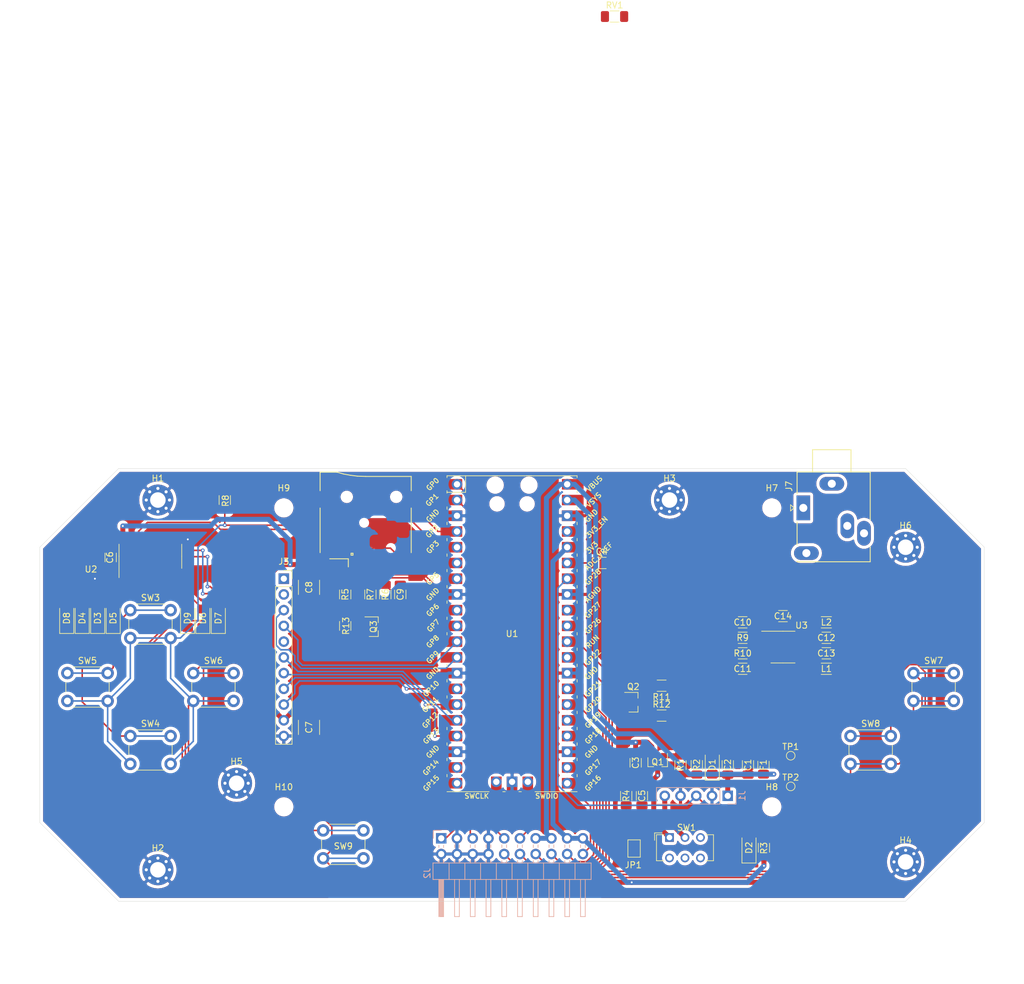
<source format=kicad_pcb>
(kicad_pcb (version 20171130) (host pcbnew 5.1.9-5.1.9)
  (layers (0 F.Cu signal) (31 B.Cu signal) (34 B.Paste user hide) (35 F.Paste user hide) (36 B.SilkS user) (37 F.SilkS user) (38 B.Mask user) (39 F.Mask user) (44 Edge.Cuts user))
  (net 0 "")
  (net 1 /BMCINV+)
  (net 2 GND)
  (net 3 VSYS)
  (net 4 "Net-(C4-Pad1)")
  (net 5 "Net-(C5-Pad1)")
  (net 6 VCOR)
  (net 7 "Net-(C10-Pad2)")
  (net 8 "Net-(C10-Pad1)")
  (net 9 "Net-(C11-Pad1)")
  (net 10 "Net-(C12-Pad1)")
  (net 11 "Net-(C13-Pad1)")
  (net 12 "Net-(D3-Pad1)")
  (net 13 "Net-(D4-Pad1)")
  (net 14 "Net-(D5-Pad1)")
  (net 15 "Net-(D6-Pad1)")
  (net 16 "Net-(D7-Pad1)")
  (net 17 "Net-(D8-Pad1)")
  (net 18 "Net-(D9-Pad1)")
  (net 19 VBUS)
  (net 20 /BMCMON)
  (net 21 "Net-(J2-Pad1)")
  (net 22 "Net-(J2-Pad5)")
  (net 23 "Net-(J2-Pad14)")
  (net 24 "Net-(J2-Pad16)")
  (net 25 /PIN_BUS_RD)
  (net 26 /PIN_BUS_WR)
  (net 27 /PIN_LCD_SCK)
  (net 28 /PIN_LCD_TX)
  (net 29 /PIN_LCD_RESET)
  (net 30 /PIN_LCD_DC)
  (net 31 /PIN_LCD_RX)
  (net 32 /PIN_LCD_CS)
  (net 33 /PIN_SDC_RX)
  (net 34 /PIN_SDC_SCK)
  (net 35 /PIN_SDC_TX)
  (net 36 /PIN_SDC_CS)
  (net 37 /KBI)
  (net 38 "Net-(J7-PadR)")
  (net 39 "Net-(J6-Pad1)")
  (net 40 "Net-(J6-Pad2)")
  (net 41 "Net-(Q1-Pad1)")
  (net 42 "Net-(Q2-Pad1)")
  (net 43 "Net-(R4-Pad2)")
  (net 44 "Net-(R9-Pad1)")
  (net 45 "Net-(R10-Pad1)")
  (net 46 /PIN_LFO)
  (net 47 /PIN_SND_L)
  (net 48 /KB_SCK)
  (net 49 /KB_RESET)
  (net 50 /PWEN)
  (net 51 "Net-(D3-Pad2)")
  (net 52 "Net-(D4-Pad2)")
  (net 53 "Net-(D5-Pad2)")
  (net 54 "Net-(D6-Pad2)")
  (net 55 "Net-(D7-Pad2)")
  (net 56 "Net-(D8-Pad2)")
  (net 57 "Net-(D9-Pad2)")
  (net 58 "Net-(D2-Pad2)")
  (net 59 /BMCOUTV+)
  (net 60 "Net-(Q1-Pad3)")
  (net 61 "Net-(Q3-Pad1)")
  (net 62 "Net-(Q3-Pad3)")
  (net 63 "Net-(R5-Pad2)")
  (net 64 "Net-(R7-Pad2)")
  (net 65 "Net-(J2-Pad9)")
  (net 66 "Net-(J2-Pad11)")
  (net 67 "Net-(U1-Pad19)")
  (net 68 "Net-(U1-Pad20)")
  (net 69 "Net-(J2-Pad18)")
  (net 70 "Net-(J2-Pad20)")
  (module components:Conn_uSDcard (layer F.Cu) (at 128.778 55.372 180)
    (fp_text reference XS1)
    (fp_text value uSD)
    (pad 6 smd rect (at 7.75 -0.4 180) (size 1.2 2.2) (layers F.Cu F.Paste F.Mask) (net 2 GND))
    (pad 6 smd rect (at -7.75 -0.4 180) (size 1.2 2.2) (layers F.Cu F.Paste F.Mask) (net 2 GND))
    (pad 6 smd rect (at 6.85 -10 180) (size 1.6 1.4) (layers F.Cu F.Paste F.Mask) (net 2 GND))
    (pad 6 smd rect (at -7.75 -10 180) (size 1.2 1.4) (layers F.Cu F.Paste F.Mask) (net 2 GND))
    (pad 9 smd rect (at -6.6 -10.5 180) (size 0.7 1.6) (layers F.Cu F.Paste F.Mask) (net 61 "Net-(Q3-Pad1)"))
    (pad 7 smd rect (at -4.4 -10.5 180) (size 0.7 1.6) (layers F.Cu F.Paste F.Mask) (net 33 /PIN_SDC_RX))
    (pad 8 smd rect (at -5.5 -10.5 180) (size 0.7 1.6) (layers F.Cu F.Paste F.Mask) (net 63 "Net-(R5-Pad2)"))
    (pad 6 smd rect (at -3.3 -10.5 180) (size 0.7 1.6) (layers F.Cu F.Paste F.Mask) (net 2 GND))
    (pad 5 smd rect (at -2.2 -10.5 180) (size 0.7 1.6) (layers F.Cu F.Paste F.Mask) (net 34 /PIN_SDC_SCK))
    (pad 4 smd rect (at -1.1 -10.5 180) (size 0.7 1.6) (layers F.Cu F.Paste F.Mask) (net 6 VCOR))
    (pad 1 smd rect (at 2.2 -10.5 180) (size 0.7 1.6) (layers F.Cu F.Paste F.Mask) (net 64 "Net-(R7-Pad2)"))
    (pad 2 smd rect (at 1.1 -10.5 180) (size 0.7 1.6) (layers F.Cu F.Paste F.Mask) (net 36 /PIN_SDC_CS))
    (pad "" np_thru_hole circle (at 3.05 0 180) (size 1 1) (drill 1) (layers *.Cu))
    (pad "" np_thru_hole circle (at -4.93 0 180) (size 1 1) (drill 1) (layers *.Cu))
    (pad 3 smd rect (at 0 -10.5 180) (size 0.7 1.6) (layers F.Cu F.Paste F.Mask) (net 35 /PIN_SDC_TX))
  )
  (module Resistor_SMD:R_1206_3216Metric_Pad1.30x1.75mm_HandSolder (layer F.Cu) (at 131.953 71.12 90)
    (fp_text reference R6 (at 0 0 90) (layer F.SilkS))
    (fp_text value 100K)
    (pad 1 smd roundrect (at -1.55 0 90) (size 1.3 1.75) (layers F.Cu F.Paste F.Mask) (roundrect_rratio 0.192308) (net 6 VCOR))
    (pad 2 smd roundrect (at 1.55 0 90) (size 1.3 1.75) (layers F.Cu F.Paste F.Mask) (roundrect_rratio 0.192308) (net 36 /PIN_SDC_CS))
  )
  (module Resistor_SMD:R_1206_3216Metric_Pad1.30x1.75mm_HandSolder (layer F.Cu) (at 125.476 71.12 90)
    (fp_text reference R5 (at 0 0 90) (layer F.SilkS))
    (fp_text value 100K)
    (pad 2 smd roundrect (at 1.55 0 90) (size 1.3 1.75) (layers F.Cu F.Paste F.Mask) (roundrect_rratio 0.192308) (net 63 "Net-(R5-Pad2)"))
    (pad 1 smd roundrect (at -1.55 0 90) (size 1.3 1.75) (layers F.Cu F.Paste F.Mask) (roundrect_rratio 0.192308) (net 6 VCOR))
  )
  (module MountingHole:MountingHole_2.1mm (layer F.Cu) (at 115.57 57.15)
    (fp_text reference H9 (at 0 -3.2) (layer F.SilkS))
    (fp_text value MountingHole)
    (pad "" np_thru_hole circle (at 0 0) (size 2.1 2.1) (drill 2.1) (layers *.Cu *.Mask))
  )
  (module Capacitor_SMD:C_1812_4532Metric_Pad1.57x3.40mm_HandSolder (layer F.Cu) (at 119.634 69.977 270)
    (fp_text reference C8 (at 0 0 90) (layer F.SilkS))
    (fp_text value 100µ)
    (pad 1 smd roundrect (at -2.1375 0 270) (size 1.575 3.4) (layers F.Cu F.Paste F.Mask) (roundrect_rratio 0.15873) (net 6 VCOR))
    (pad 2 smd roundrect (at 2.1375 0 270) (size 1.575 3.4) (layers F.Cu F.Paste F.Mask) (roundrect_rratio 0.15873) (net 2 GND))
  )
  (module Resistor_SMD:R_1206_3216Metric_Pad1.30x1.75mm_HandSolder (layer F.Cu) (at 129.54 71.12 90)
    (fp_text reference R7 (at 0 0 270) (layer F.SilkS))
    (fp_text value 100K)
    (pad 1 smd roundrect (at -1.55 0 90) (size 1.3 1.75) (layers F.Cu F.Paste F.Mask) (roundrect_rratio 0.192308) (net 6 VCOR))
    (pad 2 smd roundrect (at 1.55 0 90) (size 1.3 1.75) (layers F.Cu F.Paste F.Mask) (roundrect_rratio 0.192308) (net 64 "Net-(R7-Pad2)"))
  )
  (module Capacitor_SMD:C_1206_3216Metric_Pad1.33x1.80mm_HandSolder (layer F.Cu) (at 134.366 71.12 90)
    (fp_text reference C9 (at 0 0 90) (layer F.SilkS))
    (fp_text value 100n)
    (pad 2 smd roundrect (at 1.5625 0 90) (size 1.325 1.8) (layers F.Cu F.Paste F.Mask) (roundrect_rratio 0.188679) (net 2 GND))
    (pad 1 smd roundrect (at -1.5625 0 90) (size 1.325 1.8) (layers F.Cu F.Paste F.Mask) (roundrect_rratio 0.188679) (net 6 VCOR))
  )
  (module Button_Switch_THT:SW_PUSH_6mm_H4.3mm (layer F.Cu) (at 121.92 109.22)
    (fp_text reference SW9 (at 3.25 2.54) (layer F.SilkS))
    (fp_text value SELECT)
    (pad 2 thru_hole circle (at 0 4.5 90) (size 2 2) (drill 1.1) (layers *.Cu *.Mask) (net 37 /KBI))
    (pad 1 thru_hole circle (at 0 0 90) (size 2 2) (drill 1.1) (layers *.Cu *.Mask) (net 18 "Net-(D9-Pad1)"))
    (pad 2 thru_hole circle (at 6.5 4.5 90) (size 2 2) (drill 1.1) (layers *.Cu *.Mask) (net 37 /KBI))
    (pad 1 thru_hole circle (at 6.5 0 90) (size 2 2) (drill 1.1) (layers *.Cu *.Mask) (net 18 "Net-(D9-Pad1)"))
  )
  (module Connector_PinHeader_2.54mm:PinHeader_2x10_P2.54mm_Horizontal (layer B.Cu) (at 140.97 110.49 270)
    (fp_text reference J2 (at 5.655 2.27 270) (layer B.SilkS) (effects (justify mirror)))
    (fp_text value EXPANSION)
    (pad 1 thru_hole rect (at 0 0 270) (size 1.7 1.7) (drill 1) (layers *.Cu *.Mask) (net 21 "Net-(J2-Pad1)"))
    (pad 2 thru_hole oval (at 2.54 0 270) (size 1.7 1.7) (drill 1) (layers *.Cu *.Mask) (net 2 GND))
    (pad 3 thru_hole oval (at 0 -2.54 270) (size 1.7 1.7) (drill 1) (layers *.Cu *.Mask) (net 2 GND))
    (pad 4 thru_hole oval (at 2.54 -2.54 270) (size 1.7 1.7) (drill 1) (layers *.Cu *.Mask) (net 2 GND))
    (pad 5 thru_hole oval (at 0 -5.08 270) (size 1.7 1.7) (drill 1) (layers *.Cu *.Mask) (net 22 "Net-(J2-Pad5)"))
    (pad 6 thru_hole oval (at 2.54 -5.08 270) (size 1.7 1.7) (drill 1) (layers *.Cu *.Mask) (net 2 GND))
    (pad 7 thru_hole oval (at 0 -7.62 270) (size 1.7 1.7) (drill 1) (layers *.Cu *.Mask) (net 2 GND))
    (pad 8 thru_hole oval (at 2.54 -7.62 270) (size 1.7 1.7) (drill 1) (layers *.Cu *.Mask) (net 2 GND))
    (pad 9 thru_hole oval (at 0 -10.16 270) (size 1.7 1.7) (drill 1) (layers *.Cu *.Mask) (net 65 "Net-(J2-Pad9)"))
    (pad 10 thru_hole oval (at 2.54 -10.16 270) (size 1.7 1.7) (drill 1) (layers *.Cu *.Mask) (net 26 /PIN_BUS_WR))
    (pad 11 thru_hole oval (at 0 -12.7 270) (size 1.7 1.7) (drill 1) (layers *.Cu *.Mask) (net 66 "Net-(J2-Pad11)"))
    (pad 12 thru_hole oval (at 2.54 -12.7 270) (size 1.7 1.7) (drill 1) (layers *.Cu *.Mask) (net 25 /PIN_BUS_RD))
    (pad 13 thru_hole oval (at 0 -15.24 270) (size 1.7 1.7) (drill 1) (layers *.Cu *.Mask) (net 19 VBUS))
    (pad 14 thru_hole oval (at 2.54 -15.24 270) (size 1.7 1.7) (drill 1) (layers *.Cu *.Mask) (net 23 "Net-(J2-Pad14)"))
    (pad 15 thru_hole oval (at 0 -17.78 270) (size 1.7 1.7) (drill 1) (layers *.Cu *.Mask) (net 19 VBUS))
    (pad 16 thru_hole oval (at 2.54 -17.78 270) (size 1.7 1.7) (drill 1) (layers *.Cu *.Mask) (net 24 "Net-(J2-Pad16)"))
    (pad 17 thru_hole oval (at 0 -20.32 270) (size 1.7 1.7) (drill 1) (layers *.Cu *.Mask) (net 6 VCOR))
    (pad 18 thru_hole oval (at 2.54 -20.32 270) (size 1.7 1.7) (drill 1) (layers *.Cu *.Mask) (net 69 "Net-(J2-Pad18)"))
    (pad 19 thru_hole oval (at 0 -22.86 270) (size 1.7 1.7) (drill 1) (layers *.Cu *.Mask) (net 6 VCOR))
    (pad 20 thru_hole oval (at 2.54 -22.86 270) (size 1.7 1.7) (drill 1) (layers *.Cu *.Mask) (net 70 "Net-(J2-Pad20)"))
  )
  (module Button_Switch_THT:SW_PUSH_6mm_H4.3mm (layer F.Cu) (at 100.965 83.82)
    (fp_text reference SW6 (at 3.25 -2) (layer F.SilkS))
    (fp_text value R)
    (pad 2 thru_hole circle (at 0 4.5 90) (size 2 2) (drill 1.1) (layers *.Cu *.Mask) (net 37 /KBI))
    (pad 1 thru_hole circle (at 0 0 90) (size 2 2) (drill 1.1) (layers *.Cu *.Mask) (net 15 "Net-(D6-Pad1)"))
    (pad 2 thru_hole circle (at 6.5 4.5 90) (size 2 2) (drill 1.1) (layers *.Cu *.Mask) (net 37 /KBI))
    (pad 1 thru_hole circle (at 6.5 0 90) (size 2 2) (drill 1.1) (layers *.Cu *.Mask) (net 15 "Net-(D6-Pad1)"))
  )
  (module Resistor_SMD:R_1206_3216Metric_Pad1.30x1.75mm_HandSolder (layer F.Cu) (at 193.04 112.014 90)
    (fp_text reference R3 (at -0.064 0 90) (layer F.SilkS))
    (fp_text value 1.2K)
    (pad 2 smd roundrect (at 1.55 0 90) (size 1.3 1.75) (layers F.Cu F.Paste F.Mask) (roundrect_rratio 0.192308) (net 58 "Net-(D2-Pad2)"))
    (pad 1 smd roundrect (at -1.55 0 90) (size 1.3 1.75) (layers F.Cu F.Paste F.Mask) (roundrect_rratio 0.192308) (net 6 VCOR))
  )
  (module LED_SMD:LED_1206_3216Metric_Pad1.42x1.75mm_HandSolder (layer F.Cu) (at 190.627 112.014 90)
    (fp_text reference D2 (at 0 0 90) (layer F.SilkS))
    (fp_text value LED)
    (pad 2 smd roundrect (at 1.4875 0 90) (size 1.425 1.75) (layers F.Cu F.Paste F.Mask) (roundrect_rratio 0.175439) (net 58 "Net-(D2-Pad2)"))
    (pad 1 smd roundrect (at -1.4875 0 90) (size 1.425 1.75) (layers F.Cu F.Paste F.Mask) (roundrect_rratio 0.175439) (net 2 GND))
  )
  (module Diode_SMD:D_1206_3216Metric_Pad1.42x1.75mm_HandSolder (layer F.Cu) (at 83.04 74.96 90)
    (fp_text reference D4 (at 0 0 90) (layer F.SilkS))
    (fp_text value D)
    (pad 1 smd roundrect (at -1.4875 0 90) (size 1.425 1.75) (layers F.Cu F.Paste F.Mask) (roundrect_rratio 0.175439) (net 13 "Net-(D4-Pad1)"))
    (pad 2 smd roundrect (at 1.4875 0 90) (size 1.425 1.75) (layers F.Cu F.Paste F.Mask) (roundrect_rratio 0.175439) (net 52 "Net-(D4-Pad2)"))
  )
  (module Capacitor_SMD:C_1206_3216Metric_Pad1.33x1.80mm_HandSolder (layer F.Cu) (at 190.466 98.646 90)
    (fp_text reference C1 (at 0 0 90) (layer F.SilkS))
    (fp_text value 10µ)
    (pad 1 smd roundrect (at -1.5625 0 90) (size 1.325 1.8) (layers F.Cu F.Paste F.Mask) (roundrect_rratio 0.188679) (net 1 /BMCINV+))
    (pad 2 smd roundrect (at 1.5625 0 90) (size 1.325 1.8) (layers F.Cu F.Paste F.Mask) (roundrect_rratio 0.188679) (net 2 GND))
  )
  (module Capacitor_SMD:C_1206_3216Metric_Pad1.33x1.80mm_HandSolder (layer F.Cu) (at 187.204 98.646 270)
    (fp_text reference C2 (at 0 0 90) (layer F.SilkS))
    (fp_text value 100n)
    (pad 1 smd roundrect (at -1.5625 0 270) (size 1.325 1.8) (layers F.Cu F.Paste F.Mask) (roundrect_rratio 0.188679) (net 2 GND))
    (pad 2 smd roundrect (at 1.5625 0 270) (size 1.325 1.8) (layers F.Cu F.Paste F.Mask) (roundrect_rratio 0.188679) (net 1 /BMCINV+))
  )
  (module Capacitor_SMD:C_1206_3216Metric_Pad1.33x1.80mm_HandSolder (layer F.Cu) (at 172.339 98.298 270)
    (fp_text reference C3 (at 0 0 90) (layer F.SilkS))
    (fp_text value 100µ)
    (pad 1 smd roundrect (at -1.5625 0 270) (size 1.325 1.8) (layers F.Cu F.Paste F.Mask) (roundrect_rratio 0.188679) (net 3 VSYS))
    (pad 2 smd roundrect (at 1.5625 0 270) (size 1.325 1.8) (layers F.Cu F.Paste F.Mask) (roundrect_rratio 0.188679) (net 2 GND))
  )
  (module Capacitor_SMD:C_1206_3216Metric_Pad1.33x1.80mm_HandSolder (layer F.Cu) (at 166.878 66.04)
    (fp_text reference C4 (at 0 -1.85) (layer F.SilkS))
    (fp_text value 100n)
    (pad 1 smd roundrect (at -1.5625 0) (size 1.325 1.8) (layers F.Cu F.Paste F.Mask) (roundrect_rratio 0.188679) (net 4 "Net-(C4-Pad1)"))
    (pad 2 smd roundrect (at 1.5625 0) (size 1.325 1.8) (layers F.Cu F.Paste F.Mask) (roundrect_rratio 0.188679) (net 2 GND))
  )
  (module Capacitor_SMD:C_1206_3216Metric_Pad1.33x1.80mm_HandSolder (layer F.Cu) (at 173.355 103.632 90)
    (fp_text reference C5 (at 0 0 90) (layer F.SilkS))
    (fp_text value 100n)
    (pad 2 smd roundrect (at 1.5625 0 90) (size 1.325 1.8) (layers F.Cu F.Paste F.Mask) (roundrect_rratio 0.188679) (net 2 GND))
    (pad 1 smd roundrect (at -1.5625 0 90) (size 1.325 1.8) (layers F.Cu F.Paste F.Mask) (roundrect_rratio 0.188679) (net 5 "Net-(C5-Pad1)"))
  )
  (module Capacitor_SMD:C_1206_3216Metric_Pad1.33x1.80mm_HandSolder (layer F.Cu) (at 87.63 65.151 270)
    (fp_text reference C6 (at 0 0.127 90) (layer F.SilkS))
    (fp_text value 100n)
    (pad 1 smd roundrect (at -1.5625 0 270) (size 1.325 1.8) (layers F.Cu F.Paste F.Mask) (roundrect_rratio 0.188679) (net 6 VCOR))
    (pad 2 smd roundrect (at 1.5625 0 270) (size 1.325 1.8) (layers F.Cu F.Paste F.Mask) (roundrect_rratio 0.188679) (net 2 GND))
  )
  (module Capacitor_SMD:C_1206_3216Metric_Pad1.33x1.80mm_HandSolder (layer F.Cu) (at 189.61 75.62 180)
    (fp_text reference C10 (at 0 0) (layer F.SilkS))
    (fp_text value 1µ)
    (pad 2 smd roundrect (at 1.5625 0 180) (size 1.325 1.8) (layers F.Cu F.Paste F.Mask) (roundrect_rratio 0.188679) (net 7 "Net-(C10-Pad2)"))
    (pad 1 smd roundrect (at -1.5625 0 180) (size 1.325 1.8) (layers F.Cu F.Paste F.Mask) (roundrect_rratio 0.188679) (net 8 "Net-(C10-Pad1)"))
  )
  (module Capacitor_SMD:C_1206_3216Metric_Pad1.33x1.80mm_HandSolder (layer F.Cu) (at 189.61 83.12)
    (fp_text reference C11 (at 0 0) (layer F.SilkS))
    (fp_text value 1µ)
    (pad 2 smd roundrect (at 1.5625 0) (size 1.325 1.8) (layers F.Cu F.Paste F.Mask) (roundrect_rratio 0.188679))
    (pad 1 smd roundrect (at -1.5625 0) (size 1.325 1.8) (layers F.Cu F.Paste F.Mask) (roundrect_rratio 0.188679) (net 9 "Net-(C11-Pad1)"))
  )
  (module Capacitor_SMD:C_1206_3216Metric_Pad1.33x1.80mm_HandSolder (layer F.Cu) (at 203.11 78.12 180)
    (fp_text reference C12 (at 0 0) (layer F.SilkS))
    (fp_text value 100p)
    (pad 1 smd roundrect (at -1.5625 0 180) (size 1.325 1.8) (layers F.Cu F.Paste F.Mask) (roundrect_rratio 0.188679) (net 10 "Net-(C12-Pad1)"))
    (pad 2 smd roundrect (at 1.5625 0 180) (size 1.325 1.8) (layers F.Cu F.Paste F.Mask) (roundrect_rratio 0.188679) (net 2 GND))
  )
  (module Capacitor_SMD:C_1206_3216Metric_Pad1.33x1.80mm_HandSolder (layer F.Cu) (at 203.11 80.62 180)
    (fp_text reference C13 (at 0 0) (layer F.SilkS))
    (fp_text value 100p)
    (pad 2 smd roundrect (at 1.5625 0 180) (size 1.325 1.8) (layers F.Cu F.Paste F.Mask) (roundrect_rratio 0.188679) (net 2 GND))
    (pad 1 smd roundrect (at -1.5625 0 180) (size 1.325 1.8) (layers F.Cu F.Paste F.Mask) (roundrect_rratio 0.188679) (net 11 "Net-(C13-Pad1)"))
  )
  (module Capacitor_SMD:C_1206_3216Metric_Pad1.33x1.80mm_HandSolder (layer F.Cu) (at 196.11 74.62)
    (fp_text reference C14 (at 0 0) (layer F.SilkS))
    (fp_text value 1µ)
    (pad 2 smd roundrect (at 1.5625 0) (size 1.325 1.8) (layers F.Cu F.Paste F.Mask) (roundrect_rratio 0.188679) (net 6 VCOR))
    (pad 1 smd roundrect (at -1.5625 0) (size 1.325 1.8) (layers F.Cu F.Paste F.Mask) (roundrect_rratio 0.188679) (net 2 GND))
  )
  (module Diode_SMD:D_1206_3216Metric_Pad1.42x1.75mm_HandSolder (layer F.Cu) (at 184.704 98.646 90)
    (fp_text reference D1 (at 0 0 90) (layer F.SilkS))
    (fp_text value 5.6V)
    (pad 1 smd roundrect (at -1.4875 0 90) (size 1.425 1.75) (layers F.Cu F.Paste F.Mask) (roundrect_rratio 0.175439) (net 1 /BMCINV+))
    (pad 2 smd roundrect (at 1.4875 0 90) (size 1.425 1.75) (layers F.Cu F.Paste F.Mask) (roundrect_rratio 0.175439) (net 2 GND))
  )
  (module Diode_SMD:D_1206_3216Metric_Pad1.42x1.75mm_HandSolder (layer F.Cu) (at 85.54 74.96 90)
    (fp_text reference D3 (at 0 0 90) (layer F.SilkS))
    (fp_text value D)
    (pad 2 smd roundrect (at 1.4875 0 90) (size 1.425 1.75) (layers F.Cu F.Paste F.Mask) (roundrect_rratio 0.175439) (net 51 "Net-(D3-Pad2)"))
    (pad 1 smd roundrect (at -1.4875 0 90) (size 1.425 1.75) (layers F.Cu F.Paste F.Mask) (roundrect_rratio 0.175439) (net 12 "Net-(D3-Pad1)"))
  )
  (module Diode_SMD:D_1206_3216Metric_Pad1.42x1.75mm_HandSolder (layer F.Cu) (at 88.04 74.96 90)
    (fp_text reference D5 (at 0 0 90) (layer F.SilkS))
    (fp_text value D)
    (pad 2 smd roundrect (at 1.4875 0 90) (size 1.425 1.75) (layers F.Cu F.Paste F.Mask) (roundrect_rratio 0.175439) (net 53 "Net-(D5-Pad2)"))
    (pad 1 smd roundrect (at -1.4875 0 90) (size 1.425 1.75) (layers F.Cu F.Paste F.Mask) (roundrect_rratio 0.175439) (net 14 "Net-(D5-Pad1)"))
  )
  (module Diode_SMD:D_1206_3216Metric_Pad1.42x1.75mm_HandSolder (layer F.Cu) (at 102.5 74.96 90)
    (fp_text reference D6 (at 0 0 90) (layer F.SilkS))
    (fp_text value D)
    (pad 2 smd roundrect (at 1.4875 0 90) (size 1.425 1.75) (layers F.Cu F.Paste F.Mask) (roundrect_rratio 0.175439) (net 54 "Net-(D6-Pad2)"))
    (pad 1 smd roundrect (at -1.4875 0 90) (size 1.425 1.75) (layers F.Cu F.Paste F.Mask) (roundrect_rratio 0.175439) (net 15 "Net-(D6-Pad1)"))
  )
  (module Diode_SMD:D_1206_3216Metric_Pad1.42x1.75mm_HandSolder (layer F.Cu) (at 105 74.96 90)
    (fp_text reference D7 (at 0 0 90) (layer F.SilkS))
    (fp_text value D)
    (pad 2 smd roundrect (at 1.4875 0 90) (size 1.425 1.75) (layers F.Cu F.Paste F.Mask) (roundrect_rratio 0.175439) (net 55 "Net-(D7-Pad2)"))
    (pad 1 smd roundrect (at -1.4875 0 90) (size 1.425 1.75) (layers F.Cu F.Paste F.Mask) (roundrect_rratio 0.175439) (net 16 "Net-(D7-Pad1)"))
  )
  (module Diode_SMD:D_1206_3216Metric_Pad1.42x1.75mm_HandSolder (layer F.Cu) (at 80.54 74.96 90)
    (fp_text reference D8 (at 0 0 90) (layer F.SilkS))
    (fp_text value D)
    (pad 1 smd roundrect (at -1.4875 0 90) (size 1.425 1.75) (layers F.Cu F.Paste F.Mask) (roundrect_rratio 0.175439) (net 17 "Net-(D8-Pad1)"))
    (pad 2 smd roundrect (at 1.4875 0 90) (size 1.425 1.75) (layers F.Cu F.Paste F.Mask) (roundrect_rratio 0.175439) (net 56 "Net-(D8-Pad2)"))
  )
  (module Diode_SMD:D_1206_3216Metric_Pad1.42x1.75mm_HandSolder (layer F.Cu) (at 100.04 74.96 90)
    (fp_text reference D9 (at 0 0 90) (layer F.SilkS))
    (fp_text value D)
    (pad 1 smd roundrect (at -1.4875 0 90) (size 1.425 1.75) (layers F.Cu F.Paste F.Mask) (roundrect_rratio 0.175439) (net 18 "Net-(D9-Pad1)"))
    (pad 2 smd roundrect (at 1.4875 0 90) (size 1.425 1.75) (layers F.Cu F.Paste F.Mask) (roundrect_rratio 0.175439) (net 57 "Net-(D9-Pad2)"))
  )
  (module Fuse:Fuse_1206_3216Metric_Pad1.42x1.75mm_HandSolder (layer F.Cu) (at 192.966 98.646 270)
    (fp_text reference F1 (at 0 0 90) (layer F.SilkS))
    (fp_text value Polyfuse)
    (pad 1 smd roundrect (at -1.4875 0 270) (size 1.425 1.75) (layers F.Cu F.Paste F.Mask) (roundrect_rratio 0.175439) (net 1 /BMCINV+))
    (pad 2 smd roundrect (at 1.4875 0 270) (size 1.425 1.75) (layers F.Cu F.Paste F.Mask) (roundrect_rratio 0.175439) (net 19 VBUS))
  )
  (module MountingHole:MountingHole_2.5mm_Pad_Via (layer F.Cu) (at 95.25 55.88)
    (fp_text reference H1 (at 0 -3.5) (layer F.SilkS))
    (fp_text value MountingHole_Pad)
    (pad 1 thru_hole circle (at 1.325825 -1.325825) (size 0.8 0.8) (drill 0.5) (layers *.Cu *.Mask) (net 2 GND))
    (pad 1 thru_hole circle (at 0 -1.875) (size 0.8 0.8) (drill 0.5) (layers *.Cu *.Mask) (net 2 GND))
    (pad 1 thru_hole circle (at -1.325825 -1.325825) (size 0.8 0.8) (drill 0.5) (layers *.Cu *.Mask) (net 2 GND))
    (pad 1 thru_hole circle (at -1.875 0) (size 0.8 0.8) (drill 0.5) (layers *.Cu *.Mask) (net 2 GND))
    (pad 1 thru_hole circle (at -1.325825 1.325825) (size 0.8 0.8) (drill 0.5) (layers *.Cu *.Mask) (net 2 GND))
    (pad 1 thru_hole circle (at 0 1.875) (size 0.8 0.8) (drill 0.5) (layers *.Cu *.Mask) (net 2 GND))
    (pad 1 thru_hole circle (at 1.325825 1.325825) (size 0.8 0.8) (drill 0.5) (layers *.Cu *.Mask) (net 2 GND))
    (pad 1 thru_hole circle (at 1.875 0) (size 0.8 0.8) (drill 0.5) (layers *.Cu *.Mask) (net 2 GND))
    (pad 1 thru_hole circle (at 0 0) (size 5 5) (drill 2.5) (layers *.Cu *.Mask) (net 2 GND))
  )
  (module MountingHole:MountingHole_2.5mm_Pad_Via (layer F.Cu) (at 95.25 115.57)
    (fp_text reference H2 (at 0 -3.5) (layer F.SilkS))
    (fp_text value MountingHole_Pad)
    (pad 1 thru_hole circle (at 0 0) (size 5 5) (drill 2.5) (layers *.Cu *.Mask) (net 2 GND))
    (pad 1 thru_hole circle (at 1.875 0) (size 0.8 0.8) (drill 0.5) (layers *.Cu *.Mask) (net 2 GND))
    (pad 1 thru_hole circle (at 1.325825 1.325825) (size 0.8 0.8) (drill 0.5) (layers *.Cu *.Mask) (net 2 GND))
    (pad 1 thru_hole circle (at 0 1.875) (size 0.8 0.8) (drill 0.5) (layers *.Cu *.Mask) (net 2 GND))
    (pad 1 thru_hole circle (at -1.325825 1.325825) (size 0.8 0.8) (drill 0.5) (layers *.Cu *.Mask) (net 2 GND))
    (pad 1 thru_hole circle (at -1.875 0) (size 0.8 0.8) (drill 0.5) (layers *.Cu *.Mask) (net 2 GND))
    (pad 1 thru_hole circle (at -1.325825 -1.325825) (size 0.8 0.8) (drill 0.5) (layers *.Cu *.Mask) (net 2 GND))
    (pad 1 thru_hole circle (at 0 -1.875) (size 0.8 0.8) (drill 0.5) (layers *.Cu *.Mask) (net 2 GND))
    (pad 1 thru_hole circle (at 1.325825 -1.325825) (size 0.8 0.8) (drill 0.5) (layers *.Cu *.Mask) (net 2 GND))
  )
  (module MountingHole:MountingHole_2.5mm_Pad_Via (layer F.Cu) (at 177.8 55.88)
    (fp_text reference H3 (at 0 -3.5) (layer F.SilkS))
    (fp_text value MountingHole_Pad)
    (pad 1 thru_hole circle (at 1.325825 -1.325825) (size 0.8 0.8) (drill 0.5) (layers *.Cu *.Mask) (net 2 GND))
    (pad 1 thru_hole circle (at 0 -1.875) (size 0.8 0.8) (drill 0.5) (layers *.Cu *.Mask) (net 2 GND))
    (pad 1 thru_hole circle (at -1.325825 -1.325825) (size 0.8 0.8) (drill 0.5) (layers *.Cu *.Mask) (net 2 GND))
    (pad 1 thru_hole circle (at -1.875 0) (size 0.8 0.8) (drill 0.5) (layers *.Cu *.Mask) (net 2 GND))
    (pad 1 thru_hole circle (at -1.325825 1.325825) (size 0.8 0.8) (drill 0.5) (layers *.Cu *.Mask) (net 2 GND))
    (pad 1 thru_hole circle (at 0 1.875) (size 0.8 0.8) (drill 0.5) (layers *.Cu *.Mask) (net 2 GND))
    (pad 1 thru_hole circle (at 1.325825 1.325825) (size 0.8 0.8) (drill 0.5) (layers *.Cu *.Mask) (net 2 GND))
    (pad 1 thru_hole circle (at 1.875 0) (size 0.8 0.8) (drill 0.5) (layers *.Cu *.Mask) (net 2 GND))
    (pad 1 thru_hole circle (at 0 0) (size 5 5) (drill 2.5) (layers *.Cu *.Mask) (net 2 GND))
  )
  (module MountingHole:MountingHole_2.5mm_Pad_Via (layer F.Cu) (at 215.9 114.3)
    (fp_text reference H4 (at 0 -3.5) (layer F.SilkS))
    (fp_text value MountingHole_Pad)
    (pad 1 thru_hole circle (at 0 0) (size 5 5) (drill 2.5) (layers *.Cu *.Mask) (net 2 GND))
    (pad 1 thru_hole circle (at 1.875 0) (size 0.8 0.8) (drill 0.5) (layers *.Cu *.Mask) (net 2 GND))
    (pad 1 thru_hole circle (at 1.325825 1.325825) (size 0.8 0.8) (drill 0.5) (layers *.Cu *.Mask) (net 2 GND))
    (pad 1 thru_hole circle (at 0 1.875) (size 0.8 0.8) (drill 0.5) (layers *.Cu *.Mask) (net 2 GND))
    (pad 1 thru_hole circle (at -1.325825 1.325825) (size 0.8 0.8) (drill 0.5) (layers *.Cu *.Mask) (net 2 GND))
    (pad 1 thru_hole circle (at -1.875 0) (size 0.8 0.8) (drill 0.5) (layers *.Cu *.Mask) (net 2 GND))
    (pad 1 thru_hole circle (at -1.325825 -1.325825) (size 0.8 0.8) (drill 0.5) (layers *.Cu *.Mask) (net 2 GND))
    (pad 1 thru_hole circle (at 0 -1.875) (size 0.8 0.8) (drill 0.5) (layers *.Cu *.Mask) (net 2 GND))
    (pad 1 thru_hole circle (at 1.325825 -1.325825) (size 0.8 0.8) (drill 0.5) (layers *.Cu *.Mask) (net 2 GND))
  )
  (module MountingHole:MountingHole_2.5mm_Pad_Via (layer F.Cu) (at 107.95 101.6)
    (fp_text reference H5 (at 0 -3.5) (layer F.SilkS))
    (fp_text value MountingHole_Pad)
    (pad 1 thru_hole circle (at 0 0) (size 5 5) (drill 2.5) (layers *.Cu *.Mask) (net 2 GND))
    (pad 1 thru_hole circle (at 1.875 0) (size 0.8 0.8) (drill 0.5) (layers *.Cu *.Mask) (net 2 GND))
    (pad 1 thru_hole circle (at 1.325825 1.325825) (size 0.8 0.8) (drill 0.5) (layers *.Cu *.Mask) (net 2 GND))
    (pad 1 thru_hole circle (at 0 1.875) (size 0.8 0.8) (drill 0.5) (layers *.Cu *.Mask) (net 2 GND))
    (pad 1 thru_hole circle (at -1.325825 1.325825) (size 0.8 0.8) (drill 0.5) (layers *.Cu *.Mask) (net 2 GND))
    (pad 1 thru_hole circle (at -1.875 0) (size 0.8 0.8) (drill 0.5) (layers *.Cu *.Mask) (net 2 GND))
    (pad 1 thru_hole circle (at -1.325825 -1.325825) (size 0.8 0.8) (drill 0.5) (layers *.Cu *.Mask) (net 2 GND))
    (pad 1 thru_hole circle (at 0 -1.875) (size 0.8 0.8) (drill 0.5) (layers *.Cu *.Mask) (net 2 GND))
    (pad 1 thru_hole circle (at 1.325825 -1.325825) (size 0.8 0.8) (drill 0.5) (layers *.Cu *.Mask) (net 2 GND))
  )
  (module MountingHole:MountingHole_2.5mm_Pad_Via (layer F.Cu) (at 215.9 63.5)
    (fp_text reference H6 (at 0 -3.5) (layer F.SilkS))
    (fp_text value MountingHole_Pad)
    (pad 1 thru_hole circle (at 1.325825 -1.325825) (size 0.8 0.8) (drill 0.5) (layers *.Cu *.Mask) (net 2 GND))
    (pad 1 thru_hole circle (at 0 -1.875) (size 0.8 0.8) (drill 0.5) (layers *.Cu *.Mask) (net 2 GND))
    (pad 1 thru_hole circle (at -1.325825 -1.325825) (size 0.8 0.8) (drill 0.5) (layers *.Cu *.Mask) (net 2 GND))
    (pad 1 thru_hole circle (at -1.875 0) (size 0.8 0.8) (drill 0.5) (layers *.Cu *.Mask) (net 2 GND))
    (pad 1 thru_hole circle (at -1.325825 1.325825) (size 0.8 0.8) (drill 0.5) (layers *.Cu *.Mask) (net 2 GND))
    (pad 1 thru_hole circle (at 0 1.875) (size 0.8 0.8) (drill 0.5) (layers *.Cu *.Mask) (net 2 GND))
    (pad 1 thru_hole circle (at 1.325825 1.325825) (size 0.8 0.8) (drill 0.5) (layers *.Cu *.Mask) (net 2 GND))
    (pad 1 thru_hole circle (at 1.875 0) (size 0.8 0.8) (drill 0.5) (layers *.Cu *.Mask) (net 2 GND))
    (pad 1 thru_hole circle (at 0 0) (size 5 5) (drill 2.5) (layers *.Cu *.Mask) (net 2 GND))
  )
  (module MountingHole:MountingHole_2.1mm (layer F.Cu) (at 194.31 57.15)
    (fp_text reference H7 (at 0 -3.2) (layer F.SilkS))
    (fp_text value MountingHole)
    (pad "" np_thru_hole circle (at 0 0) (size 2.1 2.1) (drill 2.1) (layers *.Cu *.Mask))
  )
  (module MountingHole:MountingHole_2.1mm (layer F.Cu) (at 194.31 105.41)
    (fp_text reference H8 (at 0 -3.2) (layer F.SilkS))
    (fp_text value MountingHole)
    (pad "" np_thru_hole circle (at 0 0) (size 2.1 2.1) (drill 2.1) (layers *.Cu *.Mask))
  )
  (module MountingHole:MountingHole_2.1mm (layer F.Cu) (at 115.57 105.41)
    (fp_text reference H10 (at 0 -3.2) (layer F.SilkS))
    (fp_text value MountingHole)
    (pad "" np_thru_hole circle (at 0 0) (size 2.1 2.1) (drill 2.1) (layers *.Cu *.Mask))
  )
  (module Connector_PinHeader_2.54mm:PinHeader_1x05_P2.54mm_Vertical (layer B.Cu) (at 187.198 103.632 90)
    (fp_text reference J1 (at 0 2.33 90) (layer B.SilkS) (effects (justify mirror)))
    (fp_text value BMC)
    (pad 1 thru_hole rect (at 0 0 90) (size 1.7 1.7) (drill 1) (layers *.Cu *.Mask) (net 1 /BMCINV+))
    (pad 2 thru_hole oval (at 0 -2.54 90) (size 1.7 1.7) (drill 1) (layers *.Cu *.Mask) (net 2 GND))
    (pad 3 thru_hole oval (at 0 -5.08 90) (size 1.7 1.7) (drill 1) (layers *.Cu *.Mask) (net 20 /BMCMON))
    (pad 4 thru_hole oval (at 0 -7.62 90) (size 1.7 1.7) (drill 1) (layers *.Cu *.Mask) (net 2 GND))
    (pad 5 thru_hole oval (at 0 -10.16 90) (size 1.7 1.7) (drill 1) (layers *.Cu *.Mask) (net 59 /BMCOUTV+))
  )
  (module Connector_Audio:Jack_3.5mm_Ledino_KB3SPRS_Horizontal (layer F.Cu) (at 199.39 57.15 270)
    (fp_text reference J7 (at -3.5 2.3 90) (layer F.SilkS))
    (fp_text value AudioJack3_SwitchTR)
    (pad T thru_hole rect (at 0 0 270) (size 4 2.2) (drill 1.3) (layers *.Cu *.Mask) (net 38 "Net-(J7-PadR)"))
    (pad TN thru_hole oval (at 7.3 -0.5) (size 4 2.2) (drill 1.3) (layers *.Cu *.Mask) (net 39 "Net-(J6-Pad1)"))
    (pad RN thru_hole oval (at 2.9 -7.1 270) (size 4 2.2) (drill 1.3) (layers *.Cu *.Mask) (net 39 "Net-(J6-Pad1)"))
    (pad R thru_hole oval (at 4.1 -9.8 270) (size 4 2.2) (drill 1.3) (layers *.Cu *.Mask) (net 38 "Net-(J7-PadR)"))
    (pad S thru_hole oval (at -3.9 -4.6 270) (size 2.2 4) (drill 1.3) (layers *.Cu *.Mask) (net 40 "Net-(J6-Pad2)"))
  )
  (module Inductor_SMD:L_1206_3216Metric (layer F.Cu) (at 203.11 83.12)
    (fp_text reference L1 (at 0 0) (layer F.SilkS))
    (fp_text value L)
    (pad 1 smd roundrect (at -1.575 0) (size 1.05 1.9) (layers F.Cu F.Paste F.Mask) (roundrect_rratio 0.238095) (net 11 "Net-(C13-Pad1)"))
    (pad 2 smd roundrect (at 1.575 0) (size 1.05 1.9) (layers F.Cu F.Paste F.Mask) (roundrect_rratio 0.238095) (net 38 "Net-(J7-PadR)"))
  )
  (module Inductor_SMD:L_1206_3216Metric (layer F.Cu) (at 203.11 75.62)
    (fp_text reference L2 (at 0 0) (layer F.SilkS))
    (fp_text value L)
    (pad 2 smd roundrect (at 1.575 0) (size 1.05 1.9) (layers F.Cu F.Paste F.Mask) (roundrect_rratio 0.238095) (net 40 "Net-(J6-Pad2)"))
    (pad 1 smd roundrect (at -1.575 0) (size 1.05 1.9) (layers F.Cu F.Paste F.Mask) (roundrect_rratio 0.238095) (net 10 "Net-(C12-Pad1)"))
  )
  (module Package_TO_SOT_SMD:SOT-23 (layer F.Cu) (at 175.895 98.171 270)
    (fp_text reference Q1 (at 0 0 180) (layer F.SilkS))
    (fp_text value IRLML6402)
    (pad 1 smd rect (at -1 -0.95 270) (size 0.9 0.8) (layers F.Cu F.Paste F.Mask) (net 41 "Net-(Q1-Pad1)"))
    (pad 2 smd rect (at -1 0.95 270) (size 0.9 0.8) (layers F.Cu F.Paste F.Mask) (net 3 VSYS))
    (pad 3 smd rect (at 1 0 270) (size 0.9 0.8) (layers F.Cu F.Paste F.Mask) (net 60 "Net-(Q1-Pad3)"))
  )
  (module Package_TO_SOT_SMD:SOT-23 (layer F.Cu) (at 171.958 88.519)
    (fp_text reference Q2 (at 0 -2.5) (layer F.SilkS))
    (fp_text value BC848)
    (pad 3 smd rect (at 1 0) (size 0.9 0.8) (layers F.Cu F.Paste F.Mask))
    (pad 2 smd rect (at -1 0.95) (size 0.9 0.8) (layers F.Cu F.Paste F.Mask) (net 2 GND))
    (pad 1 smd rect (at -1 -0.95) (size 0.9 0.8) (layers F.Cu F.Paste F.Mask) (net 42 "Net-(Q2-Pad1)"))
  )
  (module Resistor_SMD:R_1206_3216Metric_Pad1.30x1.75mm_HandSolder (layer F.Cu) (at 179.578 98.679 90)
    (fp_text reference R1 (at 0 0 90) (layer F.SilkS))
    (fp_text value R)
    (pad 2 smd roundrect (at 1.55 0 90) (size 1.3 1.75) (layers F.Cu F.Paste F.Mask) (roundrect_rratio 0.192308) (net 41 "Net-(Q1-Pad1)"))
    (pad 1 smd roundrect (at -1.55 0 90) (size 1.3 1.75) (layers F.Cu F.Paste F.Mask) (roundrect_rratio 0.192308) (net 1 /BMCINV+))
  )
  (module Resistor_SMD:R_1206_3216Metric_Pad1.30x1.75mm_HandSolder (layer F.Cu) (at 182.204 98.646 90)
    (fp_text reference R2 (at 0 0 90) (layer F.SilkS))
    (fp_text value R)
    (pad 2 smd roundrect (at 1.55 0 90) (size 1.3 1.75) (layers F.Cu F.Paste F.Mask) (roundrect_rratio 0.192308) (net 2 GND))
    (pad 1 smd roundrect (at -1.55 0 90) (size 1.3 1.75) (layers F.Cu F.Paste F.Mask) (roundrect_rratio 0.192308) (net 1 /BMCINV+))
  )
  (module Resistor_SMD:R_1206_3216Metric_Pad1.30x1.75mm_HandSolder (layer F.Cu) (at 170.815 103.632 90)
    (fp_text reference R4 (at 0 0 90) (layer F.SilkS))
    (fp_text value 1K)
    (pad 1 smd roundrect (at -1.55 0 90) (size 1.3 1.75) (layers F.Cu F.Paste F.Mask) (roundrect_rratio 0.192308) (net 5 "Net-(C5-Pad1)"))
    (pad 2 smd roundrect (at 1.55 0 90) (size 1.3 1.75) (layers F.Cu F.Paste F.Mask) (roundrect_rratio 0.192308) (net 43 "Net-(R4-Pad2)"))
  )
  (module Resistor_SMD:R_1206_3216Metric_Pad1.30x1.75mm_HandSolder (layer F.Cu) (at 106.045 55.88 90)
    (fp_text reference R8 (at -0.127 0.127 90) (layer F.SilkS))
    (fp_text value 47K)
    (pad 1 smd roundrect (at -1.55 0 90) (size 1.3 1.75) (layers F.Cu F.Paste F.Mask) (roundrect_rratio 0.192308) (net 37 /KBI))
    (pad 2 smd roundrect (at 1.55 0 90) (size 1.3 1.75) (layers F.Cu F.Paste F.Mask) (roundrect_rratio 0.192308) (net 2 GND))
  )
  (module Resistor_SMD:R_1206_3216Metric_Pad1.30x1.75mm_HandSolder (layer F.Cu) (at 189.61 78.12 180)
    (fp_text reference R9 (at 0 0) (layer F.SilkS))
    (fp_text value 100)
    (pad 2 smd roundrect (at 1.55 0 180) (size 1.3 1.75) (layers F.Cu F.Paste F.Mask) (roundrect_rratio 0.192308) (net 7 "Net-(C10-Pad2)"))
    (pad 1 smd roundrect (at -1.55 0 180) (size 1.3 1.75) (layers F.Cu F.Paste F.Mask) (roundrect_rratio 0.192308) (net 44 "Net-(R9-Pad1)"))
  )
  (module Resistor_SMD:R_1206_3216Metric_Pad1.30x1.75mm_HandSolder (layer F.Cu) (at 189.61 80.62 180)
    (fp_text reference R10 (at 0 0) (layer F.SilkS))
    (fp_text value 100)
    (pad 2 smd roundrect (at 1.55 0 180) (size 1.3 1.75) (layers F.Cu F.Paste F.Mask) (roundrect_rratio 0.192308) (net 9 "Net-(C11-Pad1)"))
    (pad 1 smd roundrect (at -1.55 0 180) (size 1.3 1.75) (layers F.Cu F.Paste F.Mask) (roundrect_rratio 0.192308) (net 45 "Net-(R10-Pad1)"))
  )
  (module Resistor_SMD:R_1206_3216Metric_Pad1.30x1.75mm_HandSolder (layer F.Cu) (at 176.53 85.852 180)
    (fp_text reference R11 (at 0 -1.82) (layer F.SilkS))
    (fp_text value 1K)
    (pad 1 smd roundrect (at -1.55 0 180) (size 1.3 1.75) (layers F.Cu F.Paste F.Mask) (roundrect_rratio 0.192308) (net 42 "Net-(Q2-Pad1)"))
    (pad 2 smd roundrect (at 1.55 0 180) (size 1.3 1.75) (layers F.Cu F.Paste F.Mask) (roundrect_rratio 0.192308) (net 46 /PIN_LFO))
  )
  (module Resistor_SMD:R_1206_3216Metric_Pad1.30x1.75mm_HandSolder (layer F.Cu) (at 176.53 90.678)
    (fp_text reference R12 (at 0 -1.82) (layer F.SilkS))
    (fp_text value 47)
    (pad 2 smd roundrect (at 1.55 0) (size 1.3 1.75) (layers F.Cu F.Paste F.Mask) (roundrect_rratio 0.192308))
    (pad 1 smd roundrect (at -1.55 0) (size 1.3 1.75) (layers F.Cu F.Paste F.Mask) (roundrect_rratio 0.192308) (net 6 VCOR))
  )
  (module Resistor_SMD:R_1206_3216Metric_Pad1.30x1.75mm_HandSolder (layer F.Cu) (at 168.935001 -22.174999)
    (fp_text reference RV1 (at 0 -1.82) (layer F.SilkS))
    (fp_text value 10K)
    (pad 2 smd roundrect (at 1.55 0) (size 1.3 1.75) (layers F.Cu F.Paste F.Mask) (roundrect_rratio 0.192308) (net 8 "Net-(C10-Pad1)"))
    (pad 1 smd roundrect (at -1.55 0) (size 1.3 1.75) (layers F.Cu F.Paste F.Mask) (roundrect_rratio 0.192308) (net 47 /PIN_SND_L))
  )
  (module Button_Switch_THT:SW_PUSH_6mm_H4.3mm (layer F.Cu) (at 90.805 73.66)
    (fp_text reference SW3 (at 3.25 -2) (layer F.SilkS))
    (fp_text value U)
    (pad 1 thru_hole circle (at 6.5 0 90) (size 2 2) (drill 1.1) (layers *.Cu *.Mask) (net 12 "Net-(D3-Pad1)"))
    (pad 2 thru_hole circle (at 6.5 4.5 90) (size 2 2) (drill 1.1) (layers *.Cu *.Mask) (net 37 /KBI))
    (pad 1 thru_hole circle (at 0 0 90) (size 2 2) (drill 1.1) (layers *.Cu *.Mask) (net 12 "Net-(D3-Pad1)"))
    (pad 2 thru_hole circle (at 0 4.5 90) (size 2 2) (drill 1.1) (layers *.Cu *.Mask) (net 37 /KBI))
  )
  (module Button_Switch_THT:SW_PUSH_6mm_H4.3mm (layer F.Cu) (at 90.805 93.98)
    (fp_text reference SW4 (at 3.25 -2) (layer F.SilkS))
    (fp_text value D)
    (pad 2 thru_hole circle (at 0 4.5 90) (size 2 2) (drill 1.1) (layers *.Cu *.Mask) (net 37 /KBI))
    (pad 1 thru_hole circle (at 0 0 90) (size 2 2) (drill 1.1) (layers *.Cu *.Mask) (net 13 "Net-(D4-Pad1)"))
    (pad 2 thru_hole circle (at 6.5 4.5 90) (size 2 2) (drill 1.1) (layers *.Cu *.Mask) (net 37 /KBI))
    (pad 1 thru_hole circle (at 6.5 0 90) (size 2 2) (drill 1.1) (layers *.Cu *.Mask) (net 13 "Net-(D4-Pad1)"))
  )
  (module Button_Switch_THT:SW_PUSH_6mm_H4.3mm (layer F.Cu) (at 80.645 83.82)
    (fp_text reference SW5 (at 3.25 -2) (layer F.SilkS))
    (fp_text value L)
    (pad 1 thru_hole circle (at 6.5 0 90) (size 2 2) (drill 1.1) (layers *.Cu *.Mask) (net 14 "Net-(D5-Pad1)"))
    (pad 2 thru_hole circle (at 6.5 4.5 90) (size 2 2) (drill 1.1) (layers *.Cu *.Mask) (net 37 /KBI))
    (pad 1 thru_hole circle (at 0 0 90) (size 2 2) (drill 1.1) (layers *.Cu *.Mask) (net 14 "Net-(D5-Pad1)"))
    (pad 2 thru_hole circle (at 0 4.5 90) (size 2 2) (drill 1.1) (layers *.Cu *.Mask) (net 37 /KBI))
  )
  (module Button_Switch_THT:SW_PUSH_6mm_H4.3mm (layer F.Cu) (at 217.17 83.82)
    (fp_text reference SW7 (at 3.25 -2) (layer F.SilkS))
    (fp_text value B)
    (pad 1 thru_hole circle (at 6.5 0 90) (size 2 2) (drill 1.1) (layers *.Cu *.Mask) (net 16 "Net-(D7-Pad1)"))
    (pad 2 thru_hole circle (at 6.5 4.5 90) (size 2 2) (drill 1.1) (layers *.Cu *.Mask) (net 37 /KBI))
    (pad 1 thru_hole circle (at 0 0 90) (size 2 2) (drill 1.1) (layers *.Cu *.Mask) (net 16 "Net-(D7-Pad1)"))
    (pad 2 thru_hole circle (at 0 4.5 90) (size 2 2) (drill 1.1) (layers *.Cu *.Mask) (net 37 /KBI))
  )
  (module Button_Switch_THT:SW_PUSH_6mm_H4.3mm (layer F.Cu) (at 207.01 93.98)
    (fp_text reference SW8 (at 3.25 -2) (layer F.SilkS))
    (fp_text value A)
    (pad 2 thru_hole circle (at 0 4.5 90) (size 2 2) (drill 1.1) (layers *.Cu *.Mask) (net 37 /KBI))
    (pad 1 thru_hole circle (at 0 0 90) (size 2 2) (drill 1.1) (layers *.Cu *.Mask) (net 17 "Net-(D8-Pad1)"))
    (pad 2 thru_hole circle (at 6.5 4.5 90) (size 2 2) (drill 1.1) (layers *.Cu *.Mask) (net 37 /KBI))
    (pad 1 thru_hole circle (at 6.5 0 90) (size 2 2) (drill 1.1) (layers *.Cu *.Mask) (net 17 "Net-(D8-Pad1)"))
  )
  (module TestPoint:TestPoint_Pad_D1.0mm (layer F.Cu) (at 197.358 97.155)
    (fp_text reference TP1 (at 0 -1.448) (layer F.SilkS))
    (fp_text value "USB Power")
    (pad 1 smd circle (at 0 0) (size 1 1) (layers F.Cu F.Mask) (net 1 /BMCINV+))
  )
  (module TestPoint:TestPoint_Pad_D1.0mm (layer F.Cu) (at 197.358 102.108)
    (fp_text reference TP2 (at 0 -1.448) (layer F.SilkS))
    (fp_text value "Battery Voltage")
    (pad 1 smd circle (at 0 0) (size 1 1) (layers F.Cu F.Mask) (net 20 /BMCMON))
  )
  (module RPi_Pico:RPi_Pico_SMD_TH (layer F.Cu) (at 152.4 77.47)
    (fp_text reference U1 (at 0 0) (layer F.SilkS))
    (fp_text value Pico)
    (fp_text user GP1 (at -12.9 -21.6 45) (layer F.SilkS) (effects (font (size 0.8 0.8))))
    (fp_text user GP2 (at -12.9 -16.51 45) (layer F.SilkS) (effects (font (size 0.8 0.8))))
    (fp_text user GP0 (at -12.8 -24.13 45) (layer F.SilkS) (effects (font (size 0.8 0.8))))
    (fp_text user GP3 (at -12.8 -13.97 45) (layer F.SilkS) (effects (font (size 0.8 0.8))))
    (fp_text user GP5 (at -12.8 -8.89 45) (layer F.SilkS) (effects (font (size 0.8 0.8))))
    (fp_text user GP6 (at -12.8 -3.81 45) (layer F.SilkS) (effects (font (size 0.8 0.8))))
    (fp_text user GP7 (at -12.7 -1.3 45) (layer F.SilkS) (effects (font (size 0.8 0.8))))
    (fp_text user GP8 (at -12.8 1.27 45) (layer F.SilkS) (effects (font (size 0.8 0.8))))
    (fp_text user GP9 (at -12.8 3.81 45) (layer F.SilkS) (effects (font (size 0.8 0.8))))
    (fp_text user GP10 (at -13.054 8.89 45) (layer F.SilkS) (effects (font (size 0.8 0.8))))
    (fp_text user GP11 (at -13.2 11.43 45) (layer F.SilkS) (effects (font (size 0.8 0.8))))
    (fp_text user GP12 (at -13.2 13.97 45) (layer F.SilkS) (effects (font (size 0.8 0.8))))
    (fp_text user GP13 (at -13.054 16.51 45) (layer F.SilkS) (effects (font (size 0.8 0.8))))
    (fp_text user GP14 (at -13.1 21.59 45) (layer F.SilkS) (effects (font (size 0.8 0.8))))
    (fp_text user GP15 (at -13.054 24.13 45) (layer F.SilkS) (effects (font (size 0.8 0.8))))
    (fp_text user GP16 (at 13.054 24.13 45) (layer F.SilkS) (effects (font (size 0.8 0.8))))
    (fp_text user GP17 (at 13.054 21.59 45) (layer F.SilkS) (effects (font (size 0.8 0.8))))
    (fp_text user GP18 (at 13.054 16.51 45) (layer F.SilkS) (effects (font (size 0.8 0.8))))
    (fp_text user GP19 (at 13.054 13.97 45) (layer F.SilkS) (effects (font (size 0.8 0.8))))
    (fp_text user GP20 (at 13.054 11.43 45) (layer F.SilkS) (effects (font (size 0.8 0.8))))
    (fp_text user GP21 (at 13.054 8.9 45) (layer F.SilkS) (effects (font (size 0.8 0.8))))
    (fp_text user GP22 (at 13.054 3.81 45) (layer F.SilkS) (effects (font (size 0.8 0.8))))
    (fp_text user RUN (at 13 1.27 45) (layer F.SilkS) (effects (font (size 0.8 0.8))))
    (fp_text user GP26 (at 13.054 -1.27 45) (layer F.SilkS) (effects (font (size 0.8 0.8))))
    (fp_text user GP27 (at 13.054 -3.8 45) (layer F.SilkS) (effects (font (size 0.8 0.8))))
    (fp_text user GP28 (at 13.054 -9.144 45) (layer F.SilkS) (effects (font (size 0.8 0.8))))
    (fp_text user ADC_VREF (at 14 -12.5 45) (layer F.SilkS) (effects (font (size 0.8 0.8))))
    (fp_text user 3V3 (at 12.9 -13.9 45) (layer F.SilkS) (effects (font (size 0.8 0.8))))
    (fp_text user 3V3_EN (at 13.7 -17.2 45) (layer F.SilkS) (effects (font (size 0.8 0.8))))
    (fp_text user VSYS (at 13.2 -21.59 45) (layer F.SilkS) (effects (font (size 0.8 0.8))))
    (fp_text user VBUS (at 13.3 -24.2 45) (layer F.SilkS) (effects (font (size 0.8 0.8))))
    (fp_text user GND (at -12.8 -19.05 45) (layer F.SilkS) (effects (font (size 0.8 0.8))))
    (fp_text user GND (at -12.8 -6.35 45) (layer F.SilkS) (effects (font (size 0.8 0.8))))
    (fp_text user GND (at -12.8 6.35 45) (layer F.SilkS) (effects (font (size 0.8 0.8))))
    (fp_text user GND (at -12.8 19.05 45) (layer F.SilkS) (effects (font (size 0.8 0.8))))
    (fp_text user GND (at 12.8 19.05 45) (layer F.SilkS) (effects (font (size 0.8 0.8))))
    (fp_text user GND (at 12.8 6.35 45) (layer F.SilkS) (effects (font (size 0.8 0.8))))
    (fp_text user GND (at 12.8 -19.05 45) (layer F.SilkS) (effects (font (size 0.8 0.8))))
    (fp_text user AGND (at 13.054 -6.35 45) (layer F.SilkS) (effects (font (size 0.8 0.8))))
    (fp_text user SWCLK (at -5.7 26.2) (layer F.SilkS) (effects (font (size 0.8 0.8))))
    (fp_text user SWDIO (at 5.6 26.2) (layer F.SilkS) (effects (font (size 0.8 0.8))))
    (pad 1 thru_hole oval (at -8.89 -24.13) (size 1.7 1.7) (drill 1.02) (layers *.Cu *.Mask) (net 22 "Net-(J2-Pad5)"))
    (pad 2 thru_hole oval (at -8.89 -21.59) (size 1.7 1.7) (drill 1.02) (layers *.Cu *.Mask) (net 21 "Net-(J2-Pad1)"))
    (pad 3 thru_hole rect (at -8.89 -19.05) (size 1.7 1.7) (drill 1.02) (layers *.Cu *.Mask) (net 2 GND))
    (pad 4 thru_hole oval (at -8.89 -16.51) (size 1.7 1.7) (drill 1.02) (layers *.Cu *.Mask) (net 37 /KBI))
    (pad 5 thru_hole oval (at -8.89 -13.97) (size 1.7 1.7) (drill 1.02) (layers *.Cu *.Mask) (net 48 /KB_SCK))
    (pad 6 thru_hole oval (at -8.89 -11.43) (size 1.7 1.7) (drill 1.02) (layers *.Cu *.Mask) (net 33 /PIN_SDC_RX))
    (pad 7 thru_hole oval (at -8.89 -8.89) (size 1.7 1.7) (drill 1.02) (layers *.Cu *.Mask) (net 36 /PIN_SDC_CS))
    (pad 8 thru_hole rect (at -8.89 -6.35) (size 1.7 1.7) (drill 1.02) (layers *.Cu *.Mask) (net 2 GND))
    (pad 9 thru_hole oval (at -8.89 -3.81) (size 1.7 1.7) (drill 1.02) (layers *.Cu *.Mask) (net 34 /PIN_SDC_SCK))
    (pad 10 thru_hole oval (at -8.89 -1.27) (size 1.7 1.7) (drill 1.02) (layers *.Cu *.Mask) (net 35 /PIN_SDC_TX))
    (pad 11 thru_hole oval (at -8.89 1.27) (size 1.7 1.7) (drill 1.02) (layers *.Cu *.Mask) (net 31 /PIN_LCD_RX))
    (pad 12 thru_hole oval (at -8.89 3.81) (size 1.7 1.7) (drill 1.02) (layers *.Cu *.Mask) (net 32 /PIN_LCD_CS))
    (pad 13 thru_hole rect (at -8.89 6.35) (size 1.7 1.7) (drill 1.02) (layers *.Cu *.Mask) (net 2 GND))
    (pad 14 thru_hole oval (at -8.89 8.89) (size 1.7 1.7) (drill 1.02) (layers *.Cu *.Mask) (net 27 /PIN_LCD_SCK))
    (pad 15 thru_hole oval (at -8.89 11.43) (size 1.7 1.7) (drill 1.02) (layers *.Cu *.Mask) (net 28 /PIN_LCD_TX))
    (pad 16 thru_hole oval (at -8.89 13.97) (size 1.7 1.7) (drill 1.02) (layers *.Cu *.Mask) (net 30 /PIN_LCD_DC))
    (pad 17 thru_hole oval (at -8.89 16.51) (size 1.7 1.7) (drill 1.02) (layers *.Cu *.Mask) (net 29 /PIN_LCD_RESET))
    (pad 18 thru_hole rect (at -8.89 19.05) (size 1.7 1.7) (drill 1.02) (layers *.Cu *.Mask) (net 2 GND))
    (pad 19 thru_hole oval (at -8.89 21.59) (size 1.7 1.7) (drill 1.02) (layers *.Cu *.Mask) (net 67 "Net-(U1-Pad19)"))
    (pad 20 thru_hole oval (at -8.89 24.13) (size 1.7 1.7) (drill 1.02) (layers *.Cu *.Mask) (net 68 "Net-(U1-Pad20)"))
    (pad 21 thru_hole oval (at 8.89 24.13) (size 1.7 1.7) (drill 1.02) (layers *.Cu *.Mask) (net 70 "Net-(J2-Pad20)"))
    (pad 22 thru_hole oval (at 8.89 21.59) (size 1.7 1.7) (drill 1.02) (layers *.Cu *.Mask) (net 69 "Net-(J2-Pad18)"))
    (pad 23 thru_hole rect (at 8.89 19.05) (size 1.7 1.7) (drill 1.02) (layers *.Cu *.Mask) (net 2 GND))
    (pad 24 thru_hole oval (at 8.89 16.51) (size 1.7 1.7) (drill 1.02) (layers *.Cu *.Mask) (net 24 "Net-(J2-Pad16)"))
    (pad 25 thru_hole oval (at 8.89 13.97) (size 1.7 1.7) (drill 1.02) (layers *.Cu *.Mask) (net 23 "Net-(J2-Pad14)"))
    (pad 26 thru_hole oval (at 8.89 11.43) (size 1.7 1.7) (drill 1.02) (layers *.Cu *.Mask) (net 25 /PIN_BUS_RD))
    (pad 27 thru_hole oval (at 8.89 8.89) (size 1.7 1.7) (drill 1.02) (layers *.Cu *.Mask) (net 26 /PIN_BUS_WR))
    (pad 28 thru_hole rect (at 8.89 6.35) (size 1.7 1.7) (drill 1.02) (layers *.Cu *.Mask) (net 2 GND))
    (pad 29 thru_hole oval (at 8.89 3.81) (size 1.7 1.7) (drill 1.02) (layers *.Cu *.Mask) (net 49 /KB_RESET))
    (pad 30 thru_hole oval (at 8.89 1.27) (size 1.7 1.7) (drill 1.02) (layers *.Cu *.Mask) (net 43 "Net-(R4-Pad2)"))
    (pad 31 thru_hole oval (at 8.89 -1.27) (size 1.7 1.7) (drill 1.02) (layers *.Cu *.Mask) (net 47 /PIN_SND_L))
    (pad 32 thru_hole oval (at 8.89 -3.81) (size 1.7 1.7) (drill 1.02) (layers *.Cu *.Mask) (net 46 /PIN_LFO))
    (pad 33 thru_hole rect (at 8.89 -6.35) (size 1.7 1.7) (drill 1.02) (layers *.Cu *.Mask) (net 2 GND))
    (pad 34 thru_hole oval (at 8.89 -8.89) (size 1.7 1.7) (drill 1.02) (layers *.Cu *.Mask) (net 20 /BMCMON))
    (pad 35 thru_hole oval (at 8.89 -11.43) (size 1.7 1.7) (drill 1.02) (layers *.Cu *.Mask) (net 4 "Net-(C4-Pad1)"))
    (pad 36 thru_hole oval (at 8.89 -13.97) (size 1.7 1.7) (drill 1.02) (layers *.Cu *.Mask) (net 6 VCOR))
    (pad 37 thru_hole oval (at 8.89 -16.51) (size 1.7 1.7) (drill 1.02) (layers *.Cu *.Mask) (net 50 /PWEN))
    (pad 38 thru_hole rect (at 8.89 -19.05) (size 1.7 1.7) (drill 1.02) (layers *.Cu *.Mask) (net 2 GND))
    (pad 39 thru_hole oval (at 8.89 -21.59) (size 1.7 1.7) (drill 1.02) (layers *.Cu *.Mask) (net 3 VSYS))
    (pad 40 thru_hole oval (at 8.89 -24.13) (size 1.7 1.7) (drill 1.02) (layers *.Cu *.Mask) (net 19 VBUS))
    (pad 1 smd rect (at -8.89 -24.13) (size 3.5 1.7) (drill (offset -0.9 0)) (layers F.Cu F.Mask) (net 22 "Net-(J2-Pad5)"))
    (pad 2 smd rect (at -8.89 -21.59) (size 3.5 1.7) (drill (offset -0.9 0)) (layers F.Cu F.Mask) (net 21 "Net-(J2-Pad1)"))
    (pad 3 smd rect (at -8.89 -19.05) (size 3.5 1.7) (drill (offset -0.9 0)) (layers F.Cu F.Mask) (net 2 GND))
    (pad 4 smd rect (at -8.89 -16.51) (size 3.5 1.7) (drill (offset -0.9 0)) (layers F.Cu F.Mask) (net 37 /KBI))
    (pad 5 smd rect (at -8.89 -13.97) (size 3.5 1.7) (drill (offset -0.9 0)) (layers F.Cu F.Mask) (net 48 /KB_SCK))
    (pad 6 smd rect (at -8.89 -11.43) (size 3.5 1.7) (drill (offset -0.9 0)) (layers F.Cu F.Mask) (net 33 /PIN_SDC_RX))
    (pad 7 smd rect (at -8.89 -8.89) (size 3.5 1.7) (drill (offset -0.9 0)) (layers F.Cu F.Mask) (net 36 /PIN_SDC_CS))
    (pad 8 smd rect (at -8.89 -6.35) (size 3.5 1.7) (drill (offset -0.9 0)) (layers F.Cu F.Mask) (net 2 GND))
    (pad 9 smd rect (at -8.89 -3.81) (size 3.5 1.7) (drill (offset -0.9 0)) (layers F.Cu F.Mask) (net 34 /PIN_SDC_SCK))
    (pad 10 smd rect (at -8.89 -1.27) (size 3.5 1.7) (drill (offset -0.9 0)) (layers F.Cu F.Mask) (net 35 /PIN_SDC_TX))
    (pad 11 smd rect (at -8.89 1.27) (size 3.5 1.7) (drill (offset -0.9 0)) (layers F.Cu F.Mask) (net 31 /PIN_LCD_RX))
    (pad 12 smd rect (at -8.89 3.81) (size 3.5 1.7) (drill (offset -0.9 0)) (layers F.Cu F.Mask) (net 32 /PIN_LCD_CS))
    (pad 13 smd rect (at -8.89 6.35) (size 3.5 1.7) (drill (offset -0.9 0)) (layers F.Cu F.Mask) (net 2 GND))
    (pad 14 smd rect (at -8.89 8.89) (size 3.5 1.7) (drill (offset -0.9 0)) (layers F.Cu F.Mask) (net 27 /PIN_LCD_SCK))
    (pad 15 smd rect (at -8.89 11.43) (size 3.5 1.7) (drill (offset -0.9 0)) (layers F.Cu F.Mask) (net 28 /PIN_LCD_TX))
    (pad 16 smd rect (at -8.89 13.97) (size 3.5 1.7) (drill (offset -0.9 0)) (layers F.Cu F.Mask) (net 30 /PIN_LCD_DC))
    (pad 17 smd rect (at -8.89 16.51) (size 3.5 1.7) (drill (offset -0.9 0)) (layers F.Cu F.Mask) (net 29 /PIN_LCD_RESET))
    (pad 18 smd rect (at -8.89 19.05) (size 3.5 1.7) (drill (offset -0.9 0)) (layers F.Cu F.Mask) (net 2 GND))
    (pad 19 smd rect (at -8.89 21.59) (size 3.5 1.7) (drill (offset -0.9 0)) (layers F.Cu F.Mask) (net 67 "Net-(U1-Pad19)"))
    (pad 20 smd rect (at -8.89 24.13) (size 3.5 1.7) (drill (offset -0.9 0)) (layers F.Cu F.Mask) (net 68 "Net-(U1-Pad20)"))
    (pad 40 smd rect (at 8.89 -24.13) (size 3.5 1.7) (drill (offset 0.9 0)) (layers F.Cu F.Mask) (net 19 VBUS))
    (pad 39 smd rect (at 8.89 -21.59) (size 3.5 1.7) (drill (offset 0.9 0)) (layers F.Cu F.Mask) (net 3 VSYS))
    (pad 38 smd rect (at 8.89 -19.05) (size 3.5 1.7) (drill (offset 0.9 0)) (layers F.Cu F.Mask) (net 2 GND))
    (pad 37 smd rect (at 8.89 -16.51) (size 3.5 1.7) (drill (offset 0.9 0)) (layers F.Cu F.Mask) (net 50 /PWEN))
    (pad 36 smd rect (at 8.89 -13.97) (size 3.5 1.7) (drill (offset 0.9 0)) (layers F.Cu F.Mask) (net 6 VCOR))
    (pad 35 smd rect (at 8.89 -11.43) (size 3.5 1.7) (drill (offset 0.9 0)) (layers F.Cu F.Mask) (net 4 "Net-(C4-Pad1)"))
    (pad 34 smd rect (at 8.89 -8.89) (size 3.5 1.7) (drill (offset 0.9 0)) (layers F.Cu F.Mask) (net 20 /BMCMON))
    (pad 33 smd rect (at 8.89 -6.35) (size 3.5 1.7) (drill (offset 0.9 0)) (layers F.Cu F.Mask) (net 2 GND))
    (pad 32 smd rect (at 8.89 -3.81) (size 3.5 1.7) (drill (offset 0.9 0)) (layers F.Cu F.Mask) (net 46 /PIN_LFO))
    (pad 31 smd rect (at 8.89 -1.27) (size 3.5 1.7) (drill (offset 0.9 0)) (layers F.Cu F.Mask) (net 47 /PIN_SND_L))
    (pad 30 smd rect (at 8.89 1.27) (size 3.5 1.7) (drill (offset 0.9 0)) (layers F.Cu F.Mask) (net 43 "Net-(R4-Pad2)"))
    (pad 29 smd rect (at 8.89 3.81) (size 3.5 1.7) (drill (offset 0.9 0)) (layers F.Cu F.Mask) (net 49 /KB_RESET))
    (pad 28 smd rect (at 8.89 6.35) (size 3.5 1.7) (drill (offset 0.9 0)) (layers F.Cu F.Mask) (net 2 GND))
    (pad 27 smd rect (at 8.89 8.89) (size 3.5 1.7) (drill (offset 0.9 0)) (layers F.Cu F.Mask) (net 26 /PIN_BUS_WR))
    (pad 26 smd rect (at 8.89 11.43) (size 3.5 1.7) (drill (offset 0.9 0)) (layers F.Cu F.Mask) (net 25 /PIN_BUS_RD))
    (pad 25 smd rect (at 8.89 13.97) (size 3.5 1.7) (drill (offset 0.9 0)) (layers F.Cu F.Mask) (net 23 "Net-(J2-Pad14)"))
    (pad 24 smd rect (at 8.89 16.51) (size 3.5 1.7) (drill (offset 0.9 0)) (layers F.Cu F.Mask) (net 24 "Net-(J2-Pad16)"))
    (pad 23 smd rect (at 8.89 19.05) (size 3.5 1.7) (drill (offset 0.9 0)) (layers F.Cu F.Mask) (net 2 GND))
    (pad 22 smd rect (at 8.89 21.59) (size 3.5 1.7) (drill (offset 0.9 0)) (layers F.Cu F.Mask) (net 69 "Net-(J2-Pad18)"))
    (pad 21 smd rect (at 8.89 24.13) (size 3.5 1.7) (drill (offset 0.9 0)) (layers F.Cu F.Mask) (net 70 "Net-(J2-Pad20)"))
    (pad "" np_thru_hole oval (at -2.725 -24) (size 1.8 1.8) (drill 1.8) (layers *.Cu *.Mask))
    (pad "" np_thru_hole oval (at 2.725 -24) (size 1.8 1.8) (drill 1.8) (layers *.Cu *.Mask))
    (pad "" np_thru_hole oval (at -2.425 -20.97) (size 1.5 1.5) (drill 1.5) (layers *.Cu *.Mask))
    (pad "" np_thru_hole oval (at 2.425 -20.97) (size 1.5 1.5) (drill 1.5) (layers *.Cu *.Mask))
    (pad 41 smd rect (at -2.54 23.9 90) (size 3.5 1.7) (drill (offset -0.9 0)) (layers F.Cu F.Mask) (net 65 "Net-(J2-Pad9)"))
    (pad 41 thru_hole oval (at -2.54 23.9) (size 1.7 1.7) (drill 1.02) (layers *.Cu *.Mask) (net 65 "Net-(J2-Pad9)"))
    (pad 42 smd rect (at 0 23.9 90) (size 3.5 1.7) (drill (offset -0.9 0)) (layers F.Cu F.Mask) (net 2 GND))
    (pad 42 thru_hole rect (at 0 23.9) (size 1.7 1.7) (drill 1.02) (layers *.Cu *.Mask) (net 2 GND))
    (pad 43 smd rect (at 2.54 23.9 90) (size 3.5 1.7) (drill (offset -0.9 0)) (layers F.Cu F.Mask) (net 66 "Net-(J2-Pad11)"))
    (pad 43 thru_hole oval (at 2.54 23.9) (size 1.7 1.7) (drill 1.02) (layers *.Cu *.Mask) (net 66 "Net-(J2-Pad11)"))
  )
  (module Package_SO:SOIC-16_3.9x9.9mm_P1.27mm (layer F.Cu) (at 94.04 64.96 90)
    (fp_text reference U2 (at -2.096 -9.585 180) (layer F.SilkS))
    (fp_text value 4017)
    (pad 1 smd roundrect (at -2.475 -4.445 90) (size 1.95 0.6) (layers F.Cu F.Paste F.Mask) (net 56 "Net-(D8-Pad2)"))
    (pad 2 smd roundrect (at -2.475 -3.175 90) (size 1.95 0.6) (layers F.Cu F.Paste F.Mask) (net 52 "Net-(D4-Pad2)"))
    (pad 3 smd roundrect (at -2.475 -1.905 90) (size 1.95 0.6) (layers F.Cu F.Paste F.Mask) (net 51 "Net-(D3-Pad2)"))
    (pad 4 smd roundrect (at -2.475 -0.635 90) (size 1.95 0.6) (layers F.Cu F.Paste F.Mask) (net 53 "Net-(D5-Pad2)"))
    (pad 5 smd roundrect (at -2.475 0.635 90) (size 1.95 0.6) (layers F.Cu F.Paste F.Mask) (net 57 "Net-(D9-Pad2)"))
    (pad 6 smd roundrect (at -2.475 1.905 90) (size 1.95 0.6) (layers F.Cu F.Paste F.Mask) (net 62 "Net-(Q3-Pad3)"))
    (pad 7 smd roundrect (at -2.475 3.175 90) (size 1.95 0.6) (layers F.Cu F.Paste F.Mask) (net 54 "Net-(D6-Pad2)"))
    (pad 8 smd roundrect (at -2.475 4.445 90) (size 1.95 0.6) (layers F.Cu F.Paste F.Mask) (net 2 GND))
    (pad 9 smd roundrect (at 2.475 4.445 90) (size 1.95 0.6) (layers F.Cu F.Paste F.Mask))
    (pad 10 smd roundrect (at 2.475 3.175 90) (size 1.95 0.6) (layers F.Cu F.Paste F.Mask) (net 55 "Net-(D7-Pad2)"))
    (pad 11 smd roundrect (at 2.475 1.905 90) (size 1.95 0.6) (layers F.Cu F.Paste F.Mask))
    (pad 12 smd roundrect (at 2.475 0.635 90) (size 1.95 0.6) (layers F.Cu F.Paste F.Mask))
    (pad 13 smd roundrect (at 2.475 -0.635 90) (size 1.95 0.6) (layers F.Cu F.Paste F.Mask) (net 2 GND))
    (pad 14 smd roundrect (at 2.475 -1.905 90) (size 1.95 0.6) (layers F.Cu F.Paste F.Mask) (net 48 /KB_SCK))
    (pad 15 smd roundrect (at 2.475 -3.175 90) (size 1.95 0.6) (layers F.Cu F.Paste F.Mask) (net 49 /KB_RESET))
    (pad 16 smd roundrect (at 2.475 -4.445 90) (size 1.95 0.6) (layers F.Cu F.Paste F.Mask) (net 6 VCOR))
  )
  (module Package_SO:SOIC-8-1EP_3.9x4.9mm_P1.27mm_EP2.29x3mm (layer F.Cu) (at 196.11 79.62)
    (fp_text reference U3 (at 3 -3.5) (layer F.SilkS))
    (fp_text value PAM8302AAD)
    (pad 1 smd roundrect (at -2.475 -1.905) (size 1.95 0.6) (layers F.Cu F.Paste F.Mask) (net 50 /PWEN))
    (pad 2 smd roundrect (at -2.475 -0.635) (size 1.95 0.6) (layers F.Cu F.Paste F.Mask))
    (pad 3 smd roundrect (at -2.475 0.635) (size 1.95 0.6) (layers F.Cu F.Paste F.Mask) (net 44 "Net-(R9-Pad1)"))
    (pad 4 smd roundrect (at -2.475 1.905) (size 1.95 0.6) (layers F.Cu F.Paste F.Mask) (net 45 "Net-(R10-Pad1)"))
    (pad 5 smd roundrect (at 2.475 1.905) (size 1.95 0.6) (layers F.Cu F.Paste F.Mask) (net 11 "Net-(C13-Pad1)"))
    (pad 6 smd roundrect (at 2.475 0.635) (size 1.95 0.6) (layers F.Cu F.Paste F.Mask) (net 6 VCOR))
    (pad 7 smd roundrect (at 2.475 -0.635) (size 1.95 0.6) (layers F.Cu F.Paste F.Mask) (net 2 GND))
    (pad 8 smd roundrect (at 2.475 -1.905) (size 1.95 0.6) (layers F.Cu F.Paste F.Mask) (net 10 "Net-(C12-Pad1)"))
    (pad 9 smd rect (at 0 0) (size 2.29 3) (layers F.Cu F.Mask))
  )
  (module Connector_PinSocket_2.54mm:PinSocket_1x11_P2.54mm_Vertical (layer F.Cu) (at 115.57 68.58)
    (fp_text reference J3 (at 0 -2.77) (layer F.SilkS))
    (fp_text value "2.8'' TFT LCD")
    (pad 11 thru_hole oval (at 0 25.4) (size 1.7 1.7) (drill 1) (layers *.Cu *.Mask) (net 2 GND))
    (pad 10 thru_hole oval (at 0 22.86) (size 1.7 1.7) (drill 1) (layers *.Cu *.Mask) (net 6 VCOR))
    (pad 9 thru_hole oval (at 0 20.32) (size 1.7 1.7) (drill 1) (layers *.Cu *.Mask) (net 27 /PIN_LCD_SCK))
    (pad 8 thru_hole oval (at 0 17.78) (size 1.7 1.7) (drill 1) (layers *.Cu *.Mask) (net 28 /PIN_LCD_TX))
    (pad 7 thru_hole oval (at 0 15.24) (size 1.7 1.7) (drill 1) (layers *.Cu *.Mask) (net 29 /PIN_LCD_RESET))
    (pad 6 thru_hole oval (at 0 12.7) (size 1.7 1.7) (drill 1) (layers *.Cu *.Mask) (net 30 /PIN_LCD_DC))
    (pad 5 thru_hole oval (at 0 10.16) (size 1.7 1.7) (drill 1) (layers *.Cu *.Mask))
    (pad 4 thru_hole oval (at 0 7.62) (size 1.7 1.7) (drill 1) (layers *.Cu *.Mask) (net 31 /PIN_LCD_RX))
    (pad 3 thru_hole oval (at 0 5.08) (size 1.7 1.7) (drill 1) (layers *.Cu *.Mask) (net 32 /PIN_LCD_CS))
    (pad 2 thru_hole oval (at 0 2.54) (size 1.7 1.7) (drill 1) (layers *.Cu *.Mask))
    (pad 1 thru_hole rect (at 0 0) (size 1.7 1.7) (drill 1) (layers *.Cu *.Mask))
  )
  (module Package_TO_SOT_SMD:SOT-23 (layer F.Cu) (at 130.048 76.327)
    (fp_text reference Q3 (at 0 0 90) (layer F.SilkS))
    (fp_text value IRLML6402)
    (pad 1 smd rect (at -1 -0.95) (size 0.9 0.8) (layers F.Cu F.Paste F.Mask) (net 61 "Net-(Q3-Pad1)"))
    (pad 2 smd rect (at -1 0.95) (size 0.9 0.8) (layers F.Cu F.Paste F.Mask) (net 37 /KBI))
    (pad 3 smd rect (at 1 0) (size 0.9 0.8) (layers F.Cu F.Paste F.Mask) (net 62 "Net-(Q3-Pad3)"))
  )
  (module Resistor_SMD:R_1206_3216Metric_Pad1.30x1.75mm_HandSolder (layer F.Cu) (at 125.476 76.2 90)
    (fp_text reference R13 (at 0 0.124999 90) (layer F.SilkS))
    (fp_text value 4.7k)
    (pad 1 smd roundrect (at -1.55 0 90) (size 1.3 1.75) (layers F.Cu F.Paste F.Mask) (roundrect_rratio 0.192308) (net 62 "Net-(Q3-Pad3)"))
    (pad 2 smd roundrect (at 1.55 0 90) (size 1.3 1.75) (layers F.Cu F.Paste F.Mask) (roundrect_rratio 0.192308) (net 61 "Net-(Q3-Pad1)"))
  )
  (module Jumper:SolderJumper-2_P1.3mm_Open_Pad1.0x1.5mm (layer F.Cu) (at 172.085 112.141 90)
    (fp_text reference JP1 (at -2.667 -0.127 180) (layer F.SilkS))
    (fp_text value RESET)
    (pad 1 smd rect (at -0.65 0 90) (size 1 1.5) (layers F.Cu F.Mask) (net 2 GND))
    (pad 2 smd rect (at 0.65 0 90) (size 1 1.5) (layers F.Cu F.Mask) (net 5 "Net-(C5-Pad1)"))
  )
  (module Button_Switch_THT:SW_CuK_JS202011CQN_DPDT_Straight (layer F.Cu) (at 177.8 110.363)
    (fp_text reference SW1 (at 2.75 -1.6) (layer F.SilkS))
    (fp_text value KlunkenSwitch)
    (pad 1 thru_hole rect (at 0 0) (size 1.4 1.4) (drill 0.9) (layers *.Cu *.Mask) (net 60 "Net-(Q1-Pad3)"))
    (pad 2 thru_hole circle (at 2.5 0) (size 1.4 1.4) (drill 0.9) (layers *.Cu *.Mask) (net 59 /BMCOUTV+))
    (pad 3 thru_hole circle (at 5 0) (size 1.4 1.4) (drill 0.9) (layers *.Cu *.Mask))
    (pad 4 thru_hole circle (at 0 3.3) (size 1.4 1.4) (drill 0.9) (layers *.Cu *.Mask))
    (pad 5 thru_hole circle (at 2.5 3.3) (size 1.4 1.4) (drill 0.9) (layers *.Cu *.Mask))
    (pad 6 thru_hole circle (at 5 3.3) (size 1.4 1.4) (drill 0.9) (layers *.Cu *.Mask))
  )
  (module Capacitor_SMD:C_1812_4532Metric_Pad1.57x3.40mm_HandSolder (layer F.Cu) (at 119.634 92.583 270)
    (fp_text reference C7 (at 0 0 90) (layer F.SilkS))
    (fp_text value 10µ)
    (pad 1 smd roundrect (at -2.1375 0 270) (size 1.575 3.4) (layers F.Cu F.Paste F.Mask) (roundrect_rratio 0.15873) (net 6 VCOR))
    (pad 2 smd roundrect (at 2.1375 0 270) (size 1.575 3.4) (layers F.Cu F.Paste F.Mask) (roundrect_rratio 0.15873) (net 2 GND))
  )
  (gr_line (start 228.6 107.95) (end 228.6 63.5) (layer Edge.Cuts) (width 0.05))
  (gr_line (start 76.2 107.95) (end 76.2 63.5) (layer Edge.Cuts) (width 0.05))
  (gr_line (start 76.2 107.95) (end 88.9 120.65) (layer Edge.Cuts) (width 0.05))
  (gr_line (start 215.9 120.65) (end 228.6 107.95) (layer Edge.Cuts) (width 0.05))
  (gr_line (start 215.9 50.8) (end 228.6 63.5) (layer Edge.Cuts) (width 0.05))
  (gr_line (start 76.2 63.5) (end 88.9 50.8) (layer Edge.Cuts) (width 0.05))
  (gr_line (start 215.9 120.65) (end 88.9 120.65) (layer Edge.Cuts) (width 0.05))
  (gr_line (start 88.9 50.8) (end 215.9 50.8) (layer Edge.Cuts) (width 0.05))
  (segment (start 184.779 100.2085) (end 184.704 100.1335) (width 0.8) (layer F.Cu) (net 1))
  (segment (start 187.204 100.2085) (end 184.779 100.2085) (width 0.8) (layer F.Cu) (net 1))
  (segment (start 182.2665 100.1335) (end 182.204 100.196) (width 0.8) (layer F.Cu) (net 1))
  (segment (start 184.704 100.1335) (end 182.2665 100.1335) (width 0.8) (layer F.Cu) (net 1))
  (segment (start 190.466 99.6585) (end 192.966 97.1585) (width 0.8) (layer F.Cu) (net 1))
  (segment (start 190.466 100.2085) (end 190.466 99.6585) (width 0.8) (layer F.Cu) (net 1))
  (segment (start 140.97 113.03) (end 143.51 113.03) (width 0.4) (layer B.Cu) (net 2))
  (segment (start 143.51 113.03) (end 146.05 113.03) (width 0.4) (layer B.Cu) (net 2))
  (segment (start 146.05 113.03) (end 148.59 113.03) (width 0.4) (layer B.Cu) (net 2))
  (segment (start 143.51 110.49) (end 143.51 113.03) (width 0.4) (layer B.Cu) (net 2))
  (segment (start 148.59 110.49) (end 148.59 113.03) (width 0.4) (layer B.Cu) (net 2))
  (segment (start 173.3425 105.182) (end 173.355 105.1945) (width 0.25) (layer F.Cu) (net 5))
  (segment (start 161.29 110.49) (end 163.83 110.49) (width 0.8) (layer B.Cu) (net 6))
  (via (at 89.595 60.071) (size 0.6) (drill 0.3) (layers F.Cu B.Cu) (net 6))
  (segment (start 89.595 62.485) (end 89.595 60.071) (width 0.8) (layer F.Cu) (net 6))
  (via (at 171.704 117.602) (size 0.6) (drill 0.3) (layers F.Cu B.Cu) (net 6))
  (segment (start 85.54 75.735) (end 86.315 74.96) (width 0.25) (layer F.Cu) (net 12))
  (segment (start 85.54 76.4475) (end 85.54 75.735) (width 0.25) (layer F.Cu) (net 12))
  (segment (start 89.505 74.96) (end 90.805 73.66) (width 0.25) (layer F.Cu) (net 12))
  (segment (start 86.315 74.96) (end 89.505 74.96) (width 0.25) (layer F.Cu) (net 12))
  (segment (start 83.04 76.4475) (end 83.04 88.46) (width 0.25) (layer F.Cu) (net 13))
  (segment (start 88.56 93.98) (end 90.805 93.98) (width 0.25) (layer F.Cu) (net 13))
  (segment (start 83.04 88.46) (end 88.56 93.98) (width 0.25) (layer F.Cu) (net 13))
  (segment (start 88.04 82.925) (end 87.145 83.82) (width 0.25) (layer F.Cu) (net 14))
  (segment (start 88.04 76.4475) (end 88.04 82.925) (width 0.25) (layer F.Cu) (net 14))
  (segment (start 102.5 82.285) (end 100.965 83.82) (width 0.25) (layer F.Cu) (net 15))
  (segment (start 102.5 76.4475) (end 102.5 82.285) (width 0.25) (layer F.Cu) (net 15))
  (segment (start 223.67 83.82) (end 217.17 83.82) (width 0.25) (layer B.Cu) (net 16))
  (segment (start 218.545001 85.195001) (end 217.17 83.82) (width 0.25) (layer F.Cu) (net 16))
  (segment (start 207.01 93.98) (end 213.51 93.98) (width 0.25) (layer B.Cu) (net 17))
  (segment (start 213.51 93.98) (end 213.51 85.444998) (width 0.25) (layer F.Cu) (net 17))
  (segment (start 213.51 85.444998) (end 216.509999 82.444999) (width 0.25) (layer F.Cu) (net 17))
  (segment (start 216.509999 82.444999) (end 217.830001 82.444999) (width 0.25) (layer F.Cu) (net 17))
  (segment (start 217.830001 82.444999) (end 219.067008 83.682006) (width 0.25) (layer F.Cu) (net 17))
  (segment (start 96.982498 76.4475) (end 100.04 76.4475) (width 0.25) (layer F.Cu) (net 18))
  (segment (start 158.75 110.49) (end 158.46199 110.20199) (width 0.8) (layer B.Cu) (net 19))
  (segment (start 158.75 110.49) (end 156.21 110.49) (width 0.8) (layer B.Cu) (net 19))
  (segment (start 146.03402 110.47402) (end 146.05 110.49) (width 0.25) (layer F.Cu) (net 22))
  (segment (start 158.435021 115.255021) (end 156.21 113.03) (width 0.25) (layer F.Cu) (net 23))
  (segment (start 164.832221 115.255021) (end 158.435021 115.255021) (width 0.25) (layer F.Cu) (net 23))
  (segment (start 166.555031 113.532211) (end 164.832221 115.255021) (width 0.25) (layer F.Cu) (net 23))
  (segment (start 166.555031 95.070029) (end 166.555031 113.532211) (width 0.25) (layer F.Cu) (net 23))
  (segment (start 162.925002 91.44) (end 166.555031 95.070029) (width 0.25) (layer F.Cu) (net 23))
  (segment (start 161.29 91.44) (end 162.925002 91.44) (width 0.25) (layer F.Cu) (net 23))
  (segment (start 166.055021 113.325101) (end 164.625111 114.755011) (width 0.25) (layer F.Cu) (net 24))
  (segment (start 160.475011 114.755011) (end 158.75 113.03) (width 0.25) (layer F.Cu) (net 24))
  (segment (start 164.625111 114.755011) (end 160.475011 114.755011) (width 0.25) (layer F.Cu) (net 24))
  (segment (start 166.055021 97.110019) (end 166.055021 113.325101) (width 0.25) (layer F.Cu) (net 24))
  (segment (start 162.925002 93.98) (end 166.055021 97.110019) (width 0.25) (layer F.Cu) (net 24))
  (segment (start 161.29 93.98) (end 162.925002 93.98) (width 0.25) (layer F.Cu) (net 24))
  (segment (start 162.925002 88.9) (end 167.055041 93.030039) (width 0.25) (layer F.Cu) (net 25))
  (segment (start 161.29 88.9) (end 162.925002 88.9) (width 0.25) (layer F.Cu) (net 25))
  (segment (start 156.395031 115.755031) (end 153.67 113.03) (width 0.25) (layer F.Cu) (net 25))
  (segment (start 165.039331 115.755031) (end 156.395031 115.755031) (width 0.25) (layer F.Cu) (net 25))
  (segment (start 167.055041 113.739321) (end 165.039331 115.755031) (width 0.25) (layer F.Cu) (net 25))
  (segment (start 167.055041 93.030039) (end 167.055041 113.739321) (width 0.25) (layer F.Cu) (net 25))
  (segment (start 165.246441 116.255041) (end 154.355041 116.255041) (width 0.25) (layer F.Cu) (net 26))
  (segment (start 167.555051 90.990049) (end 167.555051 113.946431) (width 0.25) (layer F.Cu) (net 26))
  (segment (start 154.355041 116.255041) (end 151.13 113.03) (width 0.25) (layer F.Cu) (net 26))
  (segment (start 162.925002 86.36) (end 167.555051 90.990049) (width 0.25) (layer F.Cu) (net 26))
  (segment (start 167.555051 113.946431) (end 165.246441 116.255041) (width 0.25) (layer F.Cu) (net 26))
  (segment (start 161.29 86.36) (end 162.925002 86.36) (width 0.25) (layer F.Cu) (net 26))
  (segment (start 143.51 63.5) (end 140.94359 63.5) (width 0.25) (layer F.Cu) (net 48))
  (segment (start 141.874998 86.36) (end 143.51 86.36) (width 0.25) (layer F.Cu) (net 27))
  (segment (start 143.51 88.9) (end 141.964998 88.9) (width 0.25) (layer F.Cu) (net 28))
  (segment (start 141.224 93.98) (end 143.51 93.98) (width 0.25) (layer F.Cu) (net 29))
  (segment (start 143.51 93.98) (end 141.874998 93.98) (width 0.25) (layer F.Cu) (net 29))
  (segment (start 140.97 91.44) (end 143.51 91.44) (width 0.25) (layer F.Cu) (net 30))
  (segment (start 141.52796 73.66) (end 143.51 73.66) (width 0.25) (layer F.Cu) (net 34))
  (segment (start 141.224 73.66) (end 143.51 73.66) (width 0.25) (layer F.Cu) (net 34))
  (segment (start 90.805 84.66) (end 87.145 88.32) (width 0.25) (layer B.Cu) (net 37))
  (segment (start 90.805 78.16) (end 90.805 84.66) (width 0.25) (layer B.Cu) (net 37))
  (segment (start 87.145 94.82) (end 90.805 98.48) (width 0.25) (layer B.Cu) (net 37))
  (segment (start 87.145 88.32) (end 87.145 94.82) (width 0.25) (layer B.Cu) (net 37))
  (segment (start 100.965 94.82) (end 100.965 88.32) (width 0.25) (layer B.Cu) (net 37))
  (segment (start 97.305 98.48) (end 100.965 94.82) (width 0.25) (layer B.Cu) (net 37))
  (segment (start 97.305 84.66) (end 97.305 78.16) (width 0.25) (layer B.Cu) (net 37))
  (segment (start 100.965 88.32) (end 97.305 84.66) (width 0.25) (layer B.Cu) (net 37))
  (segment (start 217.17 88.32) (end 223.67 88.32) (width 0.25) (layer B.Cu) (net 37))
  (segment (start 214.829 98.48) (end 213.51 98.48) (width 0.25) (layer F.Cu) (net 37))
  (segment (start 217.17 88.32) (end 217.17 96.139) (width 0.25) (layer F.Cu) (net 37))
  (segment (start 207.01 98.48) (end 213.51 98.48) (width 0.25) (layer B.Cu) (net 37))
  (segment (start 179.291998 115.062002) (end 179.292 115.062) (width 0.25) (layer F.Cu) (net 0))
  (segment (start 187.198 100.2145) (end 187.204 100.2085) (width 0.8) (layer F.Cu) (net 1))
  (segment (start 187.198 103.632) (end 187.198 100.2145) (width 0.8) (layer F.Cu) (net 1))
  (segment (start 182.171 100.229) (end 182.204 100.196) (width 0.8) (layer F.Cu) (net 1))
  (segment (start 179.578 100.229) (end 182.171 100.229) (width 0.8) (layer F.Cu) (net 1))
  (segment (start 187.204 100.2085) (end 190.466 100.2085) (width 0.8) (layer F.Cu) (net 1))
  (segment (start 197.3545 97.1585) (end 197.358 97.155) (width 0.8) (layer F.Cu) (net 1))
  (segment (start 191.696 97.1585) (end 197.3545 97.1585) (width 0.8) (layer F.Cu) (net 1))
  (via (at 85.09 68.58) (size 0.6) (drill 0.3) (layers F.Cu B.Cu) (net 2))
  (via (at 100.076 62.23) (size 0.6) (drill 0.3) (layers F.Cu B.Cu) (net 2))
  (via (at 172.339 94.996) (size 0.6) (drill 0.3) (layers F.Cu B.Cu) (net 3))
  (segment (start 162.492081 55.88) (end 161.29 55.88) (width 0.8) (layer B.Cu) (net 3))
  (segment (start 164.846 58.233919) (end 162.492081 55.88) (width 0.8) (layer B.Cu) (net 3))
  (segment (start 164.846 90.678) (end 164.846 58.233919) (width 0.8) (layer B.Cu) (net 3))
  (segment (start 169.164 94.996) (end 164.846 90.678) (width 0.8) (layer B.Cu) (net 3))
  (segment (start 172.339 94.996) (end 169.164 94.996) (width 0.8) (layer B.Cu) (net 3))
  (segment (start 172.339 96.7355) (end 172.339 94.996) (width 0.8) (layer F.Cu) (net 3))
  (segment (start 174.945 97.171) (end 174.945 95.697) (width 0.8) (layer F.Cu) (net 3))
  (segment (start 174.244 94.996) (end 172.339 94.996) (width 0.8) (layer F.Cu) (net 3))
  (segment (start 174.945 95.697) (end 174.244 94.996) (width 0.8) (layer F.Cu) (net 3))
  (segment (start 161.29 66.04) (end 165.3155 66.04) (width 0.25) (layer F.Cu) (net 4))
  (segment (start 170.815 105.182) (end 173.3425 105.182) (width 0.25) (layer F.Cu) (net 5))
  (segment (start 170.815 110.221) (end 172.085 111.491) (width 0.25) (layer F.Cu) (net 5))
  (segment (start 170.815 105.182) (end 170.815 110.221) (width 0.25) (layer F.Cu) (net 5))
  (segment (start 219.842018 82.982989) (end 218.529018 81.669989) (width 0.8) (layer F.Cu) (net 6))
  (segment (start 218.529018 81.669989) (end 212.284211 81.669989) (width 0.8) (layer F.Cu) (net 6))
  (segment (start 158.99099 65.79901) (end 161.29 63.5) (width 0.8) (layer B.Cu) (net 6))
  (segment (start 158.99099 108.19099) (end 158.99099 65.79901) (width 0.8) (layer B.Cu) (net 6))
  (segment (start 161.29 110.49) (end 158.99099 108.19099) (width 0.8) (layer B.Cu) (net 6))
  (segment (start 116.5645 90.4455) (end 115.57 91.44) (width 0.8) (layer F.Cu) (net 6))
  (segment (start 119.634 90.4455) (end 116.5645 90.4455) (width 0.8) (layer F.Cu) (net 6))
  (segment (start 219.842018 98.644251) (end 219.842018 95.371982) (width 0.8) (layer F.Cu) (net 6))
  (segment (start 200.887239 117.59903) (end 219.842018 98.644251) (width 0.8) (layer F.Cu) (net 6))
  (segment (start 219.842018 95.371982) (end 219.842018 82.982989) (width 0.8) (layer F.Cu) (net 6))
  (segment (start 219.842018 95.986133) (end 219.842018 95.371982) (width 0.8) (layer F.Cu) (net 6))
  (segment (start 87.63 63.5885) (end 89.4465 63.5885) (width 0.8) (layer F.Cu) (net 6))
  (segment (start 89.595 63.44) (end 89.595 62.485) (width 0.8) (layer F.Cu) (net 6))
  (segment (start 89.4465 63.5885) (end 89.595 63.44) (width 0.8) (layer F.Cu) (net 6))
  (segment (start 163.83 110.49) (end 168.402 115.062) (width 0.8) (layer B.Cu) (net 6))
  (segment (start 115.036852 110.998) (end 123.068943 119.030091) (width 0.8) (layer F.Cu) (net 6))
  (segment (start 89.154 110.998) (end 115.036852 110.998) (width 0.8) (layer F.Cu) (net 6))
  (segment (start 77.96499 99.80899) (end 89.154 110.998) (width 0.8) (layer F.Cu) (net 6))
  (segment (start 77.96499 71.13301) (end 77.96499 99.80899) (width 0.8) (layer F.Cu) (net 6))
  (segment (start 85.5095 63.5885) (end 77.96499 71.13301) (width 0.8) (layer F.Cu) (net 6))
  (segment (start 87.63 63.5885) (end 85.5095 63.5885) (width 0.8) (layer F.Cu) (net 6))
  (segment (start 123.068943 119.030091) (end 166.465909 119.030091) (width 0.8) (layer F.Cu) (net 6))
  (segment (start 166.465909 119.030091) (end 167.89697 117.59903) (width 0.8) (layer F.Cu) (net 6))
  (segment (start 89.595 60.071) (end 103.759 60.071) (width 0.8) (layer B.Cu) (net 6))
  (segment (start 104.836001 58.993999) (end 113.095999 58.993999) (width 0.8) (layer B.Cu) (net 6))
  (segment (start 103.759 60.071) (end 104.836001 58.993999) (width 0.8) (layer B.Cu) (net 6))
  (via (at 116.586 66.294) (size 0.6) (drill 0.3) (layers F.Cu B.Cu) (net 6))
  (segment (start 116.586 62.484) (end 116.586 66.294) (width 0.8) (layer B.Cu) (net 6))
  (segment (start 113.095999 58.993999) (end 116.586 62.484) (width 0.8) (layer B.Cu) (net 6))
  (segment (start 113.665 89.535) (end 113.665 67.614998) (width 0.8) (layer F.Cu) (net 6))
  (segment (start 115.57 91.44) (end 113.665 89.535) (width 0.8) (layer F.Cu) (net 6))
  (segment (start 114.985998 66.294) (end 116.586 66.294) (width 0.8) (layer F.Cu) (net 6))
  (segment (start 113.665 67.614998) (end 114.985998 66.294) (width 0.8) (layer F.Cu) (net 6))
  (segment (start 118.0885 66.294) (end 119.634 67.8395) (width 0.8) (layer F.Cu) (net 6))
  (segment (start 116.586 66.294) (end 118.0885 66.294) (width 0.8) (layer F.Cu) (net 6))
  (via (at 193.04 114.935) (size 0.6) (drill 0.3) (layers F.Cu B.Cu) (net 6))
  (segment (start 193.04 113.564) (end 193.04 114.935) (width 0.8) (layer F.Cu) (net 6))
  (segment (start 193.04 114.935) (end 190.373 117.602) (width 0.8) (layer B.Cu) (net 6))
  (segment (start 170.942 117.602) (end 168.402 115.062) (width 0.8) (layer B.Cu) (net 6))
  (segment (start 171.704 117.602) (end 170.942 117.602) (width 0.8) (layer B.Cu) (net 6))
  (segment (start 171.704 117.602) (end 190.373 117.602) (width 0.8) (layer B.Cu) (net 6))
  (segment (start 171.70103 117.59903) (end 171.704 117.602) (width 0.8) (layer F.Cu) (net 6))
  (segment (start 167.89697 117.59903) (end 171.70103 117.59903) (width 0.8) (layer F.Cu) (net 6))
  (segment (start 200.887239 117.59903) (end 171.70103 117.59903) (width 0.8) (layer F.Cu) (net 6))
  (segment (start 127.508 69.122002) (end 127.508 72.136) (width 0.8) (layer F.Cu) (net 6))
  (segment (start 128.042 72.67) (end 129.54 72.67) (width 0.8) (layer F.Cu) (net 6))
  (segment (start 127.508 72.136) (end 128.042 72.67) (width 0.8) (layer F.Cu) (net 6))
  (segment (start 129.54 72.67) (end 131.953 72.67) (width 0.8) (layer F.Cu) (net 6))
  (segment (start 134.3535 72.67) (end 134.366 72.6825) (width 0.8) (layer F.Cu) (net 6))
  (segment (start 131.953 72.67) (end 134.3535 72.67) (width 0.8) (layer F.Cu) (net 6))
  (segment (start 126.974 72.67) (end 127.508 72.136) (width 0.8) (layer F.Cu) (net 6))
  (segment (start 125.476 72.67) (end 126.974 72.67) (width 0.8) (layer F.Cu) (net 6))
  (segment (start 129.878 64.727) (end 129.878 65.872) (width 0.8) (layer F.Cu) (net 6))
  (segment (start 129.572999 64.421999) (end 129.878 64.727) (width 0.8) (layer F.Cu) (net 6))
  (segment (start 125.824001 64.421999) (end 129.572999 64.421999) (width 0.8) (layer F.Cu) (net 6))
  (segment (start 125.577999 64.668001) (end 125.824001 64.421999) (width 0.8) (layer F.Cu) (net 6))
  (segment (start 125.577999 67.192001) (end 125.577999 64.668001) (width 0.8) (layer F.Cu) (net 6))
  (segment (start 127.508 69.122002) (end 125.577999 67.192001) (width 0.8) (layer F.Cu) (net 6))
  (segment (start 97.305 73.66) (end 90.805 73.66) (width 0.25) (layer B.Cu) (net 12))
  (segment (start 90.805 93.98) (end 97.305 93.98) (width 0.25) (layer B.Cu) (net 13))
  (segment (start 80.645 83.82) (end 87.145 83.82) (width 0.25) (layer B.Cu) (net 14))
  (segment (start 100.965 83.82) (end 107.465 83.82) (width 0.25) (layer B.Cu) (net 15))
  (segment (start 218.545001 98.138119) (end 218.545001 95.101001) (width 0.25) (layer F.Cu) (net 16))
  (segment (start 200.35911 116.32401) (end 218.545001 98.138119) (width 0.25) (layer F.Cu) (net 16))
  (segment (start 167.33911 116.32401) (end 200.35911 116.32401) (width 0.25) (layer F.Cu) (net 16))
  (segment (start 115.564981 109.72298) (end 123.597071 117.755071) (width 0.25) (layer F.Cu) (net 16))
  (segment (start 105 76.4475) (end 103.91249 75.35999) (width 0.25) (layer F.Cu) (net 16))
  (segment (start 97.362888 75.35999) (end 93.35299 79.369888) (width 0.25) (layer F.Cu) (net 16))
  (segment (start 99.187 93.472) (end 99.187 102.489) (width 0.25) (layer F.Cu) (net 16))
  (segment (start 93.35299 79.369888) (end 93.35299 87.63799) (width 0.25) (layer F.Cu) (net 16))
  (segment (start 218.545001 95.480001) (end 218.545001 95.101001) (width 0.25) (layer F.Cu) (net 16))
  (segment (start 99.187 102.489) (end 106.42098 109.72298) (width 0.25) (layer F.Cu) (net 16))
  (segment (start 165.908049 117.755071) (end 167.33911 116.32401) (width 0.25) (layer F.Cu) (net 16))
  (segment (start 218.545001 95.101001) (end 218.545001 85.195001) (width 0.25) (layer F.Cu) (net 16))
  (segment (start 103.91249 75.35999) (end 97.362888 75.35999) (width 0.25) (layer F.Cu) (net 16))
  (segment (start 93.35299 87.63799) (end 99.187 93.472) (width 0.25) (layer F.Cu) (net 16))
  (segment (start 106.42098 109.72298) (end 115.564981 109.72298) (width 0.25) (layer F.Cu) (net 16))
  (segment (start 123.597071 117.755071) (end 165.908049 117.755071) (width 0.25) (layer F.Cu) (net 16))
  (segment (start 219.067008 83.682006) (end 219.067008 95.242008) (width 0.25) (layer F.Cu) (net 17))
  (segment (start 219.067008 95.242008) (end 219.067008 95.665114) (width 0.25) (layer F.Cu) (net 17))
  (segment (start 219.067008 95.242008) (end 219.067008 97.215134) (width 0.25) (layer F.Cu) (net 17))
  (segment (start 219.067008 97.215134) (end 219.045011 97.237131) (width 0.25) (layer F.Cu) (net 17))
  (segment (start 78.74 78.2475) (end 80.54 76.4475) (width 0.25) (layer F.Cu) (net 17))
  (segment (start 219.045011 97.237131) (end 219.045011 98.345229) (width 0.25) (layer F.Cu) (net 17))
  (segment (start 219.045011 98.345229) (end 200.56622 116.82402) (width 0.25) (layer F.Cu) (net 17))
  (segment (start 200.56622 116.82402) (end 167.54622 116.82402) (width 0.25) (layer F.Cu) (net 17))
  (segment (start 123.389961 118.255081) (end 115.357871 110.22299) (width 0.25) (layer F.Cu) (net 17))
  (segment (start 94.2848 110.2106) (end 89.462628 110.2106) (width 0.25) (layer F.Cu) (net 17))
  (segment (start 167.54622 116.82402) (end 166.115159 118.255081) (width 0.25) (layer F.Cu) (net 17))
  (segment (start 166.115159 118.255081) (end 123.389961 118.255081) (width 0.25) (layer F.Cu) (net 17))
  (segment (start 94.29719 110.22299) (end 94.2848 110.2106) (width 0.25) (layer F.Cu) (net 17))
  (segment (start 115.357871 110.22299) (end 94.29719 110.22299) (width 0.25) (layer F.Cu) (net 17))
  (segment (start 89.462628 110.2106) (end 78.74 99.487972) (width 0.25) (layer F.Cu) (net 17))
  (segment (start 78.74 99.487972) (end 78.74 78.2475) (width 0.25) (layer F.Cu) (net 17))
  (segment (start 96.982498 76.4475) (end 93.853 79.576998) (width 0.25) (layer F.Cu) (net 18))
  (segment (start 93.853 79.576998) (end 93.853 87.43088) (width 0.25) (layer F.Cu) (net 18))
  (segment (start 93.853 87.43088) (end 99.68701 93.26489) (width 0.25) (layer F.Cu) (net 18))
  (segment (start 99.68701 93.26489) (end 99.68701 102.28189) (width 0.25) (layer F.Cu) (net 18))
  (segment (start 99.68701 102.28189) (end 106.62809 109.22297) (width 0.25) (layer F.Cu) (net 18))
  (segment (start 115.775061 109.22) (end 121.92 109.22) (width 0.25) (layer F.Cu) (net 18))
  (segment (start 115.772091 109.22297) (end 115.775061 109.22) (width 0.25) (layer F.Cu) (net 18))
  (segment (start 106.62809 109.22297) (end 115.772091 109.22297) (width 0.25) (layer F.Cu) (net 18))
  (segment (start 121.92 109.22) (end 128.42 109.22) (width 0.25) (layer B.Cu) (net 18))
  (segment (start 160.171936 53.34) (end 161.29 53.34) (width 0.8) (layer B.Cu) (net 19))
  (segment (start 157.94098 55.570956) (end 160.171936 53.34) (width 0.8) (layer B.Cu) (net 19))
  (segment (start 157.94098 109.68098) (end 157.94098 55.570956) (width 0.8) (layer B.Cu) (net 19))
  (segment (start 158.75 110.49) (end 157.94098 109.68098) (width 0.8) (layer B.Cu) (net 19))
  (via (at 194.6335 100.1335) (size 0.6) (drill 0.3) (layers F.Cu B.Cu) (net 19))
  (segment (start 169.271469 93.618531) (end 174.517531 93.618531) (width 0.8) (layer B.Cu) (net 19))
  (segment (start 165.89601 90.243072) (end 169.271469 93.618531) (width 0.8) (layer B.Cu) (net 19))
  (segment (start 174.517531 93.618531) (end 181.0325 100.1335) (width 0.8) (layer B.Cu) (net 19))
  (segment (start 165.89601 56.743929) (end 165.89601 90.243072) (width 0.8) (layer B.Cu) (net 19))
  (segment (start 181.0325 100.1335) (end 194.6335 100.1335) (width 0.8) (layer B.Cu) (net 19))
  (segment (start 162.492081 53.34) (end 165.89601 56.743929) (width 0.8) (layer B.Cu) (net 19))
  (segment (start 161.29 53.34) (end 162.492081 53.34) (width 0.8) (layer B.Cu) (net 19))
  (segment (start 194.6335 100.1335) (end 192.966 100.1335) (width 0.8) (layer F.Cu) (net 19))
  (segment (start 159.766 70.104) (end 159.766 101.889002) (width 0.25) (layer B.Cu) (net 20))
  (segment (start 161.29 68.58) (end 159.766 70.104) (width 0.25) (layer B.Cu) (net 20))
  (segment (start 159.766 101.889002) (end 163.032998 105.156) (width 0.25) (layer B.Cu) (net 20))
  (segment (start 180.594 105.156) (end 182.118 103.632) (width 0.25) (layer B.Cu) (net 20))
  (segment (start 163.032998 105.156) (end 180.594 105.156) (width 0.25) (layer B.Cu) (net 20))
  (segment (start 182.118 103.632) (end 183.642 105.156) (width 0.25) (layer F.Cu) (net 20))
  (segment (start 183.642 105.156) (end 190.5 105.156) (width 0.25) (layer F.Cu) (net 20))
  (segment (start 193.548 102.108) (end 197.358 102.108) (width 0.25) (layer F.Cu) (net 20))
  (segment (start 190.5 105.156) (end 193.548 102.108) (width 0.25) (layer F.Cu) (net 20))
  (segment (start 141.696998 110.49) (end 145.161 107.025998) (width 0.25) (layer F.Cu) (net 21))
  (segment (start 140.97 110.49) (end 141.696998 110.49) (width 0.25) (layer F.Cu) (net 21))
  (segment (start 145.161 57.531) (end 143.51 55.88) (width 0.25) (layer F.Cu) (net 21))
  (segment (start 145.161 107.025998) (end 145.161 57.531) (width 0.25) (layer F.Cu) (net 21))
  (segment (start 145.66101 110.10101) (end 146.05 110.49) (width 0.25) (layer F.Cu) (net 22))
  (segment (start 145.66101 55.49101) (end 145.66101 110.10101) (width 0.25) (layer F.Cu) (net 22))
  (segment (start 143.51 53.34) (end 145.66101 55.49101) (width 0.25) (layer F.Cu) (net 22))
  (via (at 135.382 86.36) (size 0.6) (drill 0.3) (layers F.Cu B.Cu) (net 27))
  (segment (start 135.382 86.36) (end 143.51 86.36) (width 0.25) (layer F.Cu) (net 27))
  (segment (start 117.348 87.122) (end 115.57 88.9) (width 0.25) (layer B.Cu) (net 27))
  (segment (start 118.11 85.09) (end 117.348 85.852) (width 0.25) (layer B.Cu) (net 27))
  (segment (start 134.112 85.09) (end 118.11 85.09) (width 0.25) (layer B.Cu) (net 27))
  (segment (start 117.348 85.852) (end 117.348 87.122) (width 0.25) (layer B.Cu) (net 27))
  (segment (start 135.382 86.36) (end 134.112 85.09) (width 0.25) (layer B.Cu) (net 27))
  (via (at 138.43 88.9) (size 0.6) (drill 0.3) (layers F.Cu B.Cu) (net 28))
  (segment (start 138.43 88.9) (end 143.51 88.9) (width 0.25) (layer F.Cu) (net 28))
  (segment (start 117.36398 84.56602) (end 115.57 86.36) (width 0.25) (layer B.Cu) (net 28))
  (segment (start 138.43 88.608118) (end 134.387902 84.56602) (width 0.25) (layer B.Cu) (net 28))
  (segment (start 134.387902 84.56602) (end 117.36398 84.56602) (width 0.25) (layer B.Cu) (net 28))
  (segment (start 138.43 88.9) (end 138.43 88.608118) (width 0.25) (layer B.Cu) (net 28))
  (via (at 139.954 93.98) (size 0.6) (drill 0.3) (layers F.Cu B.Cu) (net 29))
  (segment (start 139.954 93.98) (end 143.51 93.98) (width 0.25) (layer F.Cu) (net 29))
  (segment (start 115.81601 84.06601) (end 115.57 83.82) (width 0.25) (layer B.Cu) (net 29))
  (segment (start 134.595012 84.06601) (end 115.81601 84.06601) (width 0.25) (layer B.Cu) (net 29))
  (segment (start 139.954 89.424998) (end 134.595012 84.06601) (width 0.25) (layer B.Cu) (net 29))
  (segment (start 139.954 93.98) (end 139.954 89.424998) (width 0.25) (layer B.Cu) (net 29))
  (segment (start 117.856 83.566) (end 115.57 81.28) (width 0.25) (layer B.Cu) (net 30))
  (segment (start 134.802122 83.566) (end 117.856 83.566) (width 0.25) (layer B.Cu) (net 30))
  (segment (start 142.676122 91.44) (end 134.802122 83.566) (width 0.25) (layer B.Cu) (net 30))
  (segment (start 143.51 91.44) (end 142.676122 91.44) (width 0.25) (layer B.Cu) (net 30))
  (segment (start 139.7 82.55) (end 143.51 78.74) (width 0.25) (layer B.Cu) (net 31))
  (segment (start 118.56312 82.55) (end 139.7 82.55) (width 0.25) (layer B.Cu) (net 31))
  (segment (start 117.84801 81.83489) (end 118.56312 82.55) (width 0.25) (layer B.Cu) (net 31))
  (segment (start 117.84801 78.47801) (end 117.84801 81.83489) (width 0.25) (layer B.Cu) (net 31))
  (segment (start 115.57 76.2) (end 117.84801 78.47801) (width 0.25) (layer B.Cu) (net 31))
  (segment (start 118.364 83.058) (end 141.732 83.058) (width 0.25) (layer B.Cu) (net 32))
  (segment (start 141.732 83.058) (end 143.51 81.28) (width 0.25) (layer B.Cu) (net 32))
  (segment (start 117.348 82.042) (end 118.364 83.058) (width 0.25) (layer B.Cu) (net 32))
  (segment (start 117.348 81.026) (end 117.348 82.042) (width 0.25) (layer B.Cu) (net 32))
  (segment (start 116.376999 80.054999) (end 117.348 81.026) (width 0.25) (layer B.Cu) (net 32))
  (segment (start 115.071997 80.054999) (end 116.376999 80.054999) (width 0.25) (layer B.Cu) (net 32))
  (segment (start 114.344999 79.328001) (end 115.071997 80.054999) (width 0.25) (layer B.Cu) (net 32))
  (segment (start 114.344999 74.885001) (end 114.344999 79.328001) (width 0.25) (layer B.Cu) (net 32))
  (segment (start 115.57 73.66) (end 114.344999 74.885001) (width 0.25) (layer B.Cu) (net 32))
  (segment (start 143.51 66.04) (end 141.874998 66.04) (width 0.25) (layer F.Cu) (net 33))
  (segment (start 141.6812 66.04) (end 143.51 66.04) (width 0.25) (layer F.Cu) (net 33))
  (segment (start 140.97 66.04) (end 143.51 66.04) (width 0.25) (layer F.Cu) (net 33))
  (segment (start 133.178 67.011) (end 133.604 67.437) (width 0.25) (layer F.Cu) (net 33))
  (segment (start 133.178 65.872) (end 133.178 67.011) (width 0.25) (layer F.Cu) (net 33))
  (segment (start 133.604 67.437) (end 138.176 67.437) (width 0.25) (layer F.Cu) (net 33))
  (segment (start 139.573 66.04) (end 143.51 66.04) (width 0.25) (layer F.Cu) (net 33))
  (segment (start 138.176 67.437) (end 139.573 66.04) (width 0.25) (layer F.Cu) (net 33))
  (segment (start 141.75656 73.66) (end 143.51 73.66) (width 0.25) (layer F.Cu) (net 34))
  (segment (start 130.978 67.18076) (end 130.978 65.872) (width 0.25) (layer F.Cu) (net 34))
  (segment (start 131.73425 67.93701) (end 130.978 67.18076) (width 0.25) (layer F.Cu) (net 34))
  (segment (start 138.24013 67.93701) (end 131.73425 67.93701) (width 0.25) (layer F.Cu) (net 34))
  (segment (start 139.573 69.26988) (end 138.24013 67.93701) (width 0.25) (layer F.Cu) (net 34))
  (segment (start 139.573 71.358002) (end 139.573 69.26988) (width 0.25) (layer F.Cu) (net 34))
  (segment (start 141.874998 73.66) (end 139.573 71.358002) (width 0.25) (layer F.Cu) (net 34))
  (segment (start 143.51 73.66) (end 141.874998 73.66) (width 0.25) (layer F.Cu) (net 34))
  (segment (start 141.859 76.2) (end 143.51 76.2) (width 0.25) (layer F.Cu) (net 35))
  (segment (start 141.91388 76.2) (end 143.51 76.2) (width 0.25) (layer F.Cu) (net 35))
  (segment (start 128.778 67.31488) (end 128.778 65.872) (width 0.25) (layer F.Cu) (net 35))
  (segment (start 131.1351 68.04498) (end 129.5081 68.04498) (width 0.25) (layer F.Cu) (net 35))
  (segment (start 131.52714 68.43702) (end 131.1351 68.04498) (width 0.25) (layer F.Cu) (net 35))
  (segment (start 138.03302 68.43702) (end 131.52714 68.43702) (width 0.25) (layer F.Cu) (net 35))
  (segment (start 139.065 69.469) (end 138.03302 68.43702) (width 0.25) (layer F.Cu) (net 35))
  (segment (start 139.065 73.390002) (end 139.065 69.469) (width 0.25) (layer F.Cu) (net 35))
  (segment (start 129.5081 68.04498) (end 128.778 67.31488) (width 0.25) (layer F.Cu) (net 35))
  (segment (start 141.874998 76.2) (end 139.065 73.390002) (width 0.25) (layer F.Cu) (net 35))
  (segment (start 143.51 76.2) (end 141.874998 76.2) (width 0.25) (layer F.Cu) (net 35))
  (segment (start 141.874998 68.58) (end 143.51 68.58) (width 0.25) (layer F.Cu) (net 36))
  (segment (start 131.953 69.57) (end 133.249 70.866) (width 0.25) (layer F.Cu) (net 36))
  (segment (start 133.249 70.866) (end 137.287 70.866) (width 0.25) (layer F.Cu) (net 36))
  (segment (start 127.678 66.922) (end 127.678 65.872) (width 0.25) (layer F.Cu) (net 36))
  (segment (start 129.30099 68.54499) (end 127.678 66.922) (width 0.25) (layer F.Cu) (net 36))
  (segment (start 130.92799 68.54499) (end 129.30099 68.54499) (width 0.25) (layer F.Cu) (net 36))
  (segment (start 131.953 69.57) (end 130.92799 68.54499) (width 0.25) (layer F.Cu) (net 36))
  (segment (start 143.51 60.96) (end 140.462 60.96) (width 0.25) (layer F.Cu) (net 37))
  (segment (start 137.16799 57.66599) (end 118.73701 57.66599) (width 0.25) (layer F.Cu) (net 37))
  (segment (start 140.462 60.96) (end 137.16799 57.66599) (width 0.25) (layer F.Cu) (net 37))
  (segment (start 118.73701 57.66599) (end 116.459 59.944) (width 0.25) (layer F.Cu) (net 37))
  (via (at 106.045 59.944) (size 0.6) (drill 0.3) (layers F.Cu B.Cu) (net 37))
  (segment (start 98.878 78.16) (end 97.305 78.16) (width 0.25) (layer B.Cu) (net 37))
  (segment (start 101.727 75.311) (end 98.878 78.16) (width 0.25) (layer B.Cu) (net 37))
  (segment (start 101.727 63.5) (end 101.727 75.311) (width 0.25) (layer B.Cu) (net 37))
  (segment (start 105.283 59.944) (end 101.727 63.5) (width 0.25) (layer B.Cu) (net 37))
  (segment (start 106.045 59.944) (end 105.283 59.944) (width 0.25) (layer B.Cu) (net 37))
  (segment (start 217.17 96.139) (end 214.829 98.48) (width 0.25) (layer F.Cu) (net 37))
  (segment (start 123.317 112.323) (end 121.92 113.72) (width 0.25) (layer F.Cu) (net 37))
  (segment (start 123.317 108.581998) (end 123.317 112.323) (width 0.25) (layer F.Cu) (net 37))
  (segment (start 122.304002 107.569) (end 123.317 108.581998) (width 0.25) (layer F.Cu) (net 37))
  (segment (start 121.158 107.569) (end 122.304002 107.569) (width 0.25) (layer F.Cu) (net 37))
  (segment (start 120.015 108.712) (end 121.158 107.569) (width 0.25) (layer F.Cu) (net 37))
  (segment (start 100.18702 102.07478) (end 106.82424 108.712) (width 0.25) (layer F.Cu) (net 37))
  (segment (start 100.18702 89.09798) (end 100.18702 102.07478) (width 0.25) (layer F.Cu) (net 37))
  (segment (start 106.82424 108.712) (end 120.015 108.712) (width 0.25) (layer F.Cu) (net 37))
  (segment (start 100.965 88.32) (end 100.18702 89.09798) (width 0.25) (layer F.Cu) (net 37))
  (segment (start 200.152 115.824) (end 207.01 108.966) (width 0.25) (layer F.Cu) (net 37))
  (segment (start 207.01 108.966) (end 207.01 98.48) (width 0.25) (layer F.Cu) (net 37))
  (segment (start 165.700939 117.255061) (end 167.132 115.824) (width 0.25) (layer F.Cu) (net 37))
  (segment (start 125.455061 117.255061) (end 165.700939 117.255061) (width 0.25) (layer F.Cu) (net 37))
  (segment (start 167.132 115.824) (end 200.152 115.824) (width 0.25) (layer F.Cu) (net 37))
  (segment (start 121.92 113.72) (end 125.455061 117.255061) (width 0.25) (layer F.Cu) (net 37))
  (segment (start 97.305 78.16) (end 90.805 78.16) (width 0.25) (layer B.Cu) (net 37))
  (segment (start 80.645 88.32) (end 87.145 88.32) (width 0.25) (layer B.Cu) (net 37))
  (segment (start 100.965 88.32) (end 107.465 88.32) (width 0.25) (layer B.Cu) (net 37))
  (segment (start 116.459 59.944) (end 106.045 59.944) (width 0.25) (layer F.Cu) (net 37))
  (segment (start 121.92 113.72) (end 128.42 113.72) (width 0.25) (layer B.Cu) (net 37))
  (segment (start 106.045 59.944) (end 106.045 57.43) (width 0.25) (layer F.Cu) (net 37))
  (segment (start 124.59211 78.77501) (end 123.72598 77.90888) (width 0.25) (layer F.Cu) (net 37))
  (segment (start 127.54999 78.77501) (end 124.59211 78.77501) (width 0.25) (layer F.Cu) (net 37))
  (segment (start 129.048 77.277) (end 127.54999 78.77501) (width 0.25) (layer F.Cu) (net 37))
  (segment (start 123.72598 77.90888) (end 123.72598 63.01998) (width 0.25) (layer F.Cu) (net 37))
  (segment (start 123.72598 63.01998) (end 122.047 61.341) (width 0.25) (layer F.Cu) (net 37))
  (segment (start 179.536 97.171) (end 179.578 97.129) (width 0.8) (layer F.Cu) (net 41))
  (segment (start 176.845 97.171) (end 179.536 97.171) (width 0.8) (layer F.Cu) (net 41))
  (segment (start 168.555071 99.822071) (end 170.815 102.082) (width 0.25) (layer F.Cu) (net 43))
  (segment (start 168.555071 84.370069) (end 168.555071 99.822071) (width 0.25) (layer F.Cu) (net 43))
  (segment (start 162.925002 78.74) (end 168.555071 84.370069) (width 0.25) (layer F.Cu) (net 43))
  (segment (start 161.29 78.74) (end 162.925002 78.74) (width 0.25) (layer F.Cu) (net 43))
  (segment (start 116.491119 60.619001) (end 105.323001 60.619001) (width 0.25) (layer F.Cu) (net 48))
  (segment (start 135.128 58.166) (end 118.94412 58.166) (width 0.25) (layer F.Cu) (net 48))
  (segment (start 140.462 63.5) (end 135.128 58.166) (width 0.25) (layer F.Cu) (net 48))
  (segment (start 118.94412 58.166) (end 116.491119 60.619001) (width 0.25) (layer F.Cu) (net 48))
  (segment (start 143.51 63.5) (end 140.462 63.5) (width 0.25) (layer F.Cu) (net 48))
  (segment (start 92.135 62.485) (end 92.135 60.9254) (width 0.25) (layer F.Cu) (net 48))
  (segment (start 104.1908 59.4868) (end 105.323001 60.619001) (width 0.25) (layer F.Cu) (net 48))
  (segment (start 93.5736 59.4868) (end 104.1908 59.4868) (width 0.25) (layer F.Cu) (net 48))
  (segment (start 92.135 60.9254) (end 93.5736 59.4868) (width 0.25) (layer F.Cu) (net 48))
  (via (at 103.251 65.024) (size 0.6) (drill 0.3) (layers F.Cu B.Cu) (net 49))
  (via (at 103.251 69.85) (size 0.6) (drill 0.3) (layers F.Cu B.Cu) (net 49))
  (segment (start 92.429 65.024) (end 103.251 65.024) (width 0.25) (layer F.Cu) (net 49))
  (segment (start 90.865 63.46) (end 92.429 65.024) (width 0.25) (layer F.Cu) (net 49))
  (segment (start 90.865 62.485) (end 90.865 63.46) (width 0.25) (layer F.Cu) (net 49))
  (segment (start 103.251 65.024) (end 103.251 69.85) (width 0.25) (layer B.Cu) (net 49))
  (segment (start 162.925002 81.28) (end 161.29 81.28) (width 0.25) (layer F.Cu) (net 49))
  (segment (start 168.055061 86.410059) (end 162.925002 81.28) (width 0.25) (layer F.Cu) (net 49))
  (segment (start 168.055061 114.153541) (end 168.055061 86.410059) (width 0.25) (layer F.Cu) (net 49))
  (segment (start 165.453551 116.755051) (end 168.055061 114.153541) (width 0.25) (layer F.Cu) (net 49))
  (segment (start 140.927949 116.755051) (end 165.453551 116.755051) (width 0.25) (layer F.Cu) (net 49))
  (segment (start 138.514949 116.755051) (end 140.927949 116.755051) (width 0.25) (layer F.Cu) (net 49))
  (segment (start 138.345051 116.755051) (end 138.514949 116.755051) (width 0.25) (layer F.Cu) (net 49))
  (segment (start 102.616 82.87612) (end 106.426 79.06612) (width 0.25) (layer F.Cu) (net 49))
  (segment (start 102.616 103.759) (end 102.616 82.87612) (width 0.25) (layer F.Cu) (net 49))
  (segment (start 107.061 108.204) (end 102.616 103.759) (width 0.25) (layer F.Cu) (net 49))
  (segment (start 119.81588 108.204) (end 107.061 108.204) (width 0.25) (layer F.Cu) (net 49))
  (segment (start 106.426 79.06612) (end 106.426 72.57188) (width 0.25) (layer F.Cu) (net 49))
  (segment (start 120.95888 107.061) (end 119.81588 108.204) (width 0.25) (layer F.Cu) (net 49))
  (segment (start 128.524 107.061) (end 120.95888 107.061) (width 0.25) (layer F.Cu) (net 49))
  (segment (start 130.302 108.839) (end 128.524 107.061) (width 0.25) (layer F.Cu) (net 49))
  (segment (start 103.70412 69.85) (end 103.251 69.85) (width 0.25) (layer F.Cu) (net 49))
  (segment (start 130.302 113.792) (end 130.302 108.839) (width 0.25) (layer F.Cu) (net 49))
  (segment (start 106.426 72.57188) (end 103.70412 69.85) (width 0.25) (layer F.Cu) (net 49))
  (segment (start 133.265051 116.755051) (end 130.302 113.792) (width 0.25) (layer F.Cu) (net 49))
  (segment (start 138.514949 116.755051) (end 133.265051 116.755051) (width 0.25) (layer F.Cu) (net 49))
  (segment (start 88.16001 72.38499) (end 92.135 68.41) (width 0.25) (layer F.Cu) (net 51))
  (segment (start 92.135 68.41) (end 92.135 67.435) (width 0.25) (layer F.Cu) (net 51))
  (segment (start 86.62751 72.38499) (end 88.16001 72.38499) (width 0.25) (layer F.Cu) (net 51))
  (segment (start 85.54 73.4725) (end 86.62751 72.38499) (width 0.25) (layer F.Cu) (net 51))
  (segment (start 90.865 68.41) (end 90.865 67.435) (width 0.25) (layer F.Cu) (net 52))
  (segment (start 87.39002 71.88498) (end 90.865 68.41) (width 0.25) (layer F.Cu) (net 52))
  (segment (start 84.62752 71.88498) (end 87.39002 71.88498) (width 0.25) (layer F.Cu) (net 52))
  (segment (start 83.04 73.4725) (end 84.62752 71.88498) (width 0.25) (layer F.Cu) (net 52))
  (segment (start 93.405 68.1075) (end 93.405 67.435) (width 0.25) (layer F.Cu) (net 53))
  (segment (start 88.04 73.4725) (end 93.405 68.1075) (width 0.25) (layer F.Cu) (net 53))
  (segment (start 97.215 68.1875) (end 97.215 67.435) (width 0.25) (layer F.Cu) (net 54))
  (segment (start 102.5 73.4725) (end 97.215 68.1875) (width 0.25) (layer F.Cu) (net 54))
  (via (at 102.489 70.993) (size 0.6) (drill 0.3) (layers F.Cu B.Cu) (net 55))
  (segment (start 105 73.4725) (end 104.9685 73.4725) (width 0.25) (layer F.Cu) (net 55))
  (segment (start 97.215 63.46) (end 97.763 64.008) (width 0.25) (layer F.Cu) (net 55))
  (segment (start 97.215 62.485) (end 97.215 63.46) (width 0.25) (layer F.Cu) (net 55))
  (segment (start 97.763 64.008) (end 102.489 64.008) (width 0.25) (layer F.Cu) (net 55))
  (via (at 102.489 64.008) (size 0.6) (drill 0.3) (layers F.Cu B.Cu) (net 55))
  (segment (start 102.489 70.993) (end 102.489 64.008) (width 0.25) (layer B.Cu) (net 55))
  (segment (start 102.489 70.993) (end 104.14 70.993) (width 0.25) (layer F.Cu) (net 55))
  (segment (start 105 71.853) (end 105 73.4725) (width 0.25) (layer F.Cu) (net 55))
  (segment (start 104.14 70.993) (end 105 71.853) (width 0.25) (layer F.Cu) (net 55))
  (segment (start 80.54 73.4725) (end 82.62753 71.38497) (width 0.25) (layer F.Cu) (net 56))
  (segment (start 82.62753 71.38497) (end 87.18291 71.38497) (width 0.25) (layer F.Cu) (net 56))
  (segment (start 89.595 68.97288) (end 89.595 67.435) (width 0.25) (layer F.Cu) (net 56))
  (segment (start 87.18291 71.38497) (end 89.595 68.97288) (width 0.25) (layer F.Cu) (net 56))
  (segment (start 94.675 68.1075) (end 94.675 67.435) (width 0.25) (layer F.Cu) (net 57))
  (segment (start 100.04 73.4725) (end 94.675 68.1075) (width 0.25) (layer F.Cu) (net 57))
  (segment (start 192.9775 110.5265) (end 193.04 110.464) (width 0.25) (layer F.Cu) (net 58))
  (segment (start 190.627 110.5265) (end 192.9775 110.5265) (width 0.25) (layer F.Cu) (net 58))
  (segment (start 177.038 107.101) (end 180.3 110.363) (width 0.8) (layer F.Cu) (net 59))
  (segment (start 177.038 103.632) (end 177.038 107.101) (width 0.8) (layer F.Cu) (net 59))
  (via (at 175.895 100.33) (size 0.6) (drill 0.3) (layers F.Cu B.Cu) (net 60))
  (segment (start 175.895 100.33) (end 175.895 99.171) (width 0.8) (layer F.Cu) (net 60))
  (segment (start 175.895 100.33) (end 175.26 100.965) (width 0.8) (layer F.Cu) (net 60))
  (segment (start 175.26 107.823) (end 177.8 110.363) (width 0.8) (layer F.Cu) (net 60))
  (segment (start 175.26 100.965) (end 175.26 107.823) (width 0.8) (layer F.Cu) (net 60))
  (segment (start 128.321 74.65) (end 129.048 75.377) (width 0.25) (layer F.Cu) (net 61))
  (segment (start 125.476 74.65) (end 128.321 74.65) (width 0.25) (layer F.Cu) (net 61))
  (segment (start 126.899 76.327) (end 125.476 77.75) (width 0.25) (layer F.Cu) (net 62))
  (segment (start 131.048 76.327) (end 126.899 76.327) (width 0.25) (layer F.Cu) (net 62))
  (segment (start 124.22599 76.49999) (end 124.22599 62.33701) (width 0.25) (layer F.Cu) (net 62))
  (segment (start 125.476 77.75) (end 124.22599 76.49999) (width 0.25) (layer F.Cu) (net 62))
  (segment (start 134.278 65.146998) (end 134.278 65.872) (width 0.25) (layer F.Cu) (net 63))
  (segment (start 132.777991 63.646989) (end 134.278 65.146998) (width 0.25) (layer F.Cu) (net 63))
  (segment (start 125.502982 63.646989) (end 132.777991 63.646989) (width 0.25) (layer F.Cu) (net 63))
  (segment (start 124.802989 64.346982) (end 125.502982 63.646989) (width 0.25) (layer F.Cu) (net 63))
  (segment (start 124.802989 67.51302) (end 124.802989 64.346982) (width 0.25) (layer F.Cu) (net 63))
  (segment (start 125.476 68.18603) (end 124.802989 67.51302) (width 0.25) (layer F.Cu) (net 63))
  (segment (start 125.476 69.57) (end 125.476 68.18603) (width 0.25) (layer F.Cu) (net 63))
  (segment (start 129.54 69.559002) (end 129.54 69.57) (width 0.25) (layer F.Cu) (net 64))
  (segment (start 126.578 66.597002) (end 129.54 69.559002) (width 0.25) (layer F.Cu) (net 64))
  (segment (start 126.578 65.872) (end 126.578 66.597002) (width 0.25) (layer F.Cu) (net 64))
  (segment (start 149.86 101.37) (end 149.86 109.22) (width 0.25) (layer F.Cu) (net 65))
  (segment (start 149.86 109.22) (end 151.13 110.49) (width 0.25) (layer F.Cu) (net 65))
  (segment (start 154.94 101.37) (end 154.94 109.22) (width 0.25) (layer F.Cu) (net 66))
  (segment (start 154.94 109.22) (end 153.67 110.49) (width 0.25) (layer F.Cu) (net 66))
  (segment (start 164.418001 114.255001) (end 162.515001 114.255001) (width 0.25) (layer F.Cu) (net 69))
  (segment (start 162.515001 114.255001) (end 161.29 113.03) (width 0.25) (layer F.Cu) (net 69))
  (segment (start 165.555011 113.117991) (end 164.418001 114.255001) (width 0.25) (layer F.Cu) (net 69))
  (segment (start 165.555011 101.690009) (end 165.555011 113.117991) (width 0.25) (layer F.Cu) (net 69))
  (segment (start 162.925002 99.06) (end 165.555011 101.690009) (width 0.25) (layer F.Cu) (net 69))
  (segment (start 161.29 99.06) (end 162.925002 99.06) (width 0.25) (layer F.Cu) (net 69))
  (segment (start 165.055001 111.804999) (end 163.83 113.03) (width 0.25) (layer F.Cu) (net 70))
  (segment (start 165.055001 105.365001) (end 165.055001 111.804999) (width 0.25) (layer F.Cu) (net 70))
  (segment (start 161.29 101.6) (end 165.055001 105.365001) (width 0.25) (layer F.Cu) (net 70))
  (zone (net 2) (net_name GND) (layer F.Cu) (connect_pads (clearance 0.508)) (min_thickness 0.254) (fill yes (arc_segments 32) (thermal_gap 0.508) (thermal_bridge_width 0.508))
    (polygon (pts (xy 228.6 120.65) (xy 76.2 120.65) (xy 76.2 50.8) (xy 228.6 50.8)))
  )
  (zone (net 2) (net_name GND) (layer B.Cu) (connect_pads (clearance 0.508)) (min_thickness 0.254) (fill yes (arc_segments 32) (thermal_gap 0.508) (thermal_bridge_width 0.508))
    (polygon (pts (xy 228.6 120.65) (xy 76.2 120.65) (xy 76.2 50.8) (xy 228.6 50.8)))
  )
)
</source>
